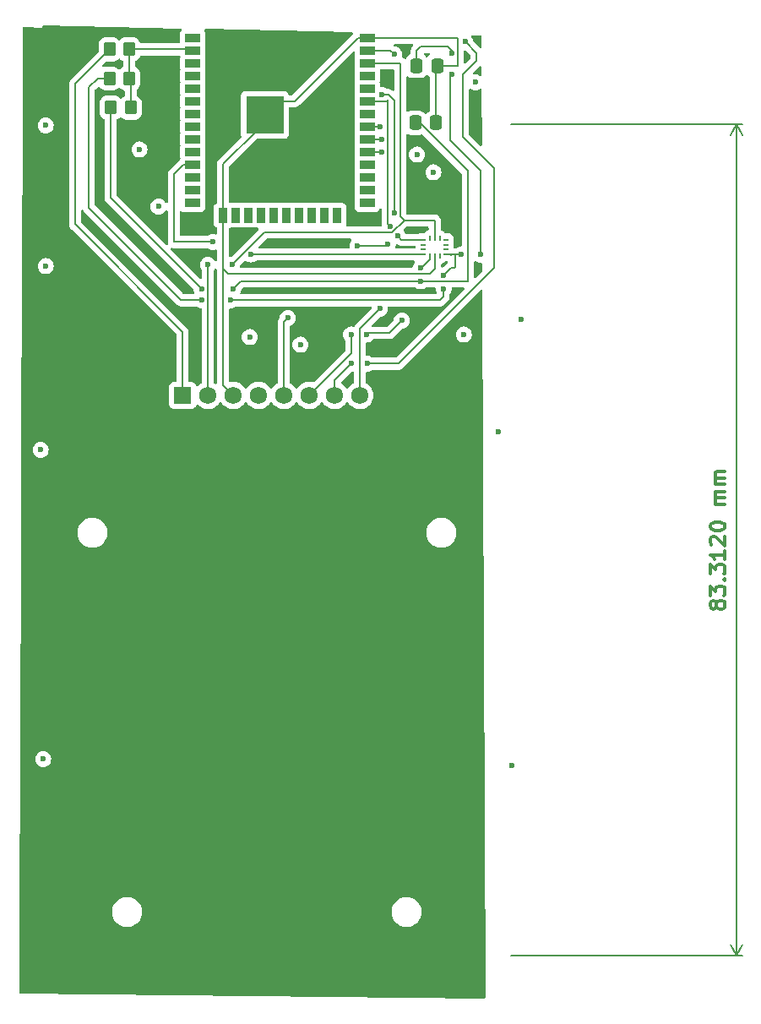
<source format=gbr>
%TF.GenerationSoftware,KiCad,Pcbnew,8.0.8*%
%TF.CreationDate,2025-03-13T01:12:54-05:00*%
%TF.ProjectId,BackTracker,4261636b-5472-4616-936b-65722e6b6963,rev?*%
%TF.SameCoordinates,Original*%
%TF.FileFunction,Copper,L1,Top*%
%TF.FilePolarity,Positive*%
%FSLAX46Y46*%
G04 Gerber Fmt 4.6, Leading zero omitted, Abs format (unit mm)*
G04 Created by KiCad (PCBNEW 8.0.8) date 2025-03-13 01:12:54*
%MOMM*%
%LPD*%
G01*
G04 APERTURE LIST*
G04 Aperture macros list*
%AMRoundRect*
0 Rectangle with rounded corners*
0 $1 Rounding radius*
0 $2 $3 $4 $5 $6 $7 $8 $9 X,Y pos of 4 corners*
0 Add a 4 corners polygon primitive as box body*
4,1,4,$2,$3,$4,$5,$6,$7,$8,$9,$2,$3,0*
0 Add four circle primitives for the rounded corners*
1,1,$1+$1,$2,$3*
1,1,$1+$1,$4,$5*
1,1,$1+$1,$6,$7*
1,1,$1+$1,$8,$9*
0 Add four rect primitives between the rounded corners*
20,1,$1+$1,$2,$3,$4,$5,0*
20,1,$1+$1,$4,$5,$6,$7,0*
20,1,$1+$1,$6,$7,$8,$9,0*
20,1,$1+$1,$8,$9,$2,$3,0*%
G04 Aperture macros list end*
%ADD10C,0.300000*%
%TA.AperFunction,NonConductor*%
%ADD11C,0.300000*%
%TD*%
%TA.AperFunction,NonConductor*%
%ADD12C,0.200000*%
%TD*%
%TA.AperFunction,SMDPad,CuDef*%
%ADD13R,0.250000X0.475000*%
%TD*%
%TA.AperFunction,SMDPad,CuDef*%
%ADD14R,0.475000X0.250000*%
%TD*%
%TA.AperFunction,ComponentPad*%
%ADD15R,1.725000X1.725000*%
%TD*%
%TA.AperFunction,ComponentPad*%
%ADD16C,1.725000*%
%TD*%
%TA.AperFunction,SMDPad,CuDef*%
%ADD17RoundRect,0.250000X-0.350000X-0.450000X0.350000X-0.450000X0.350000X0.450000X-0.350000X0.450000X0*%
%TD*%
%TA.AperFunction,SMDPad,CuDef*%
%ADD18RoundRect,0.250000X0.350000X0.450000X-0.350000X0.450000X-0.350000X-0.450000X0.350000X-0.450000X0*%
%TD*%
%TA.AperFunction,SMDPad,CuDef*%
%ADD19RoundRect,0.250000X0.337500X0.475000X-0.337500X0.475000X-0.337500X-0.475000X0.337500X-0.475000X0*%
%TD*%
%TA.AperFunction,SMDPad,CuDef*%
%ADD20RoundRect,0.250000X-0.337500X-0.475000X0.337500X-0.475000X0.337500X0.475000X-0.337500X0.475000X0*%
%TD*%
%TA.AperFunction,SMDPad,CuDef*%
%ADD21R,0.900000X0.900000*%
%TD*%
%TA.AperFunction,HeatsinkPad*%
%ADD22C,0.600000*%
%TD*%
%TA.AperFunction,HeatsinkPad*%
%ADD23R,3.800000X3.800000*%
%TD*%
%TA.AperFunction,SMDPad,CuDef*%
%ADD24R,1.500000X0.900000*%
%TD*%
%TA.AperFunction,SMDPad,CuDef*%
%ADD25R,0.900000X1.500000*%
%TD*%
%TA.AperFunction,ViaPad*%
%ADD26C,0.600000*%
%TD*%
%TA.AperFunction,Conductor*%
%ADD27C,0.200000*%
%TD*%
G04 APERTURE END LIST*
D10*
D11*
X147881185Y-91732855D02*
X147809757Y-91875712D01*
X147809757Y-91875712D02*
X147738328Y-91947141D01*
X147738328Y-91947141D02*
X147595471Y-92018569D01*
X147595471Y-92018569D02*
X147524042Y-92018569D01*
X147524042Y-92018569D02*
X147381185Y-91947141D01*
X147381185Y-91947141D02*
X147309757Y-91875712D01*
X147309757Y-91875712D02*
X147238328Y-91732855D01*
X147238328Y-91732855D02*
X147238328Y-91447141D01*
X147238328Y-91447141D02*
X147309757Y-91304284D01*
X147309757Y-91304284D02*
X147381185Y-91232855D01*
X147381185Y-91232855D02*
X147524042Y-91161426D01*
X147524042Y-91161426D02*
X147595471Y-91161426D01*
X147595471Y-91161426D02*
X147738328Y-91232855D01*
X147738328Y-91232855D02*
X147809757Y-91304284D01*
X147809757Y-91304284D02*
X147881185Y-91447141D01*
X147881185Y-91447141D02*
X147881185Y-91732855D01*
X147881185Y-91732855D02*
X147952614Y-91875712D01*
X147952614Y-91875712D02*
X148024042Y-91947141D01*
X148024042Y-91947141D02*
X148166900Y-92018569D01*
X148166900Y-92018569D02*
X148452614Y-92018569D01*
X148452614Y-92018569D02*
X148595471Y-91947141D01*
X148595471Y-91947141D02*
X148666900Y-91875712D01*
X148666900Y-91875712D02*
X148738328Y-91732855D01*
X148738328Y-91732855D02*
X148738328Y-91447141D01*
X148738328Y-91447141D02*
X148666900Y-91304284D01*
X148666900Y-91304284D02*
X148595471Y-91232855D01*
X148595471Y-91232855D02*
X148452614Y-91161426D01*
X148452614Y-91161426D02*
X148166900Y-91161426D01*
X148166900Y-91161426D02*
X148024042Y-91232855D01*
X148024042Y-91232855D02*
X147952614Y-91304284D01*
X147952614Y-91304284D02*
X147881185Y-91447141D01*
X147238328Y-90661427D02*
X147238328Y-89732855D01*
X147238328Y-89732855D02*
X147809757Y-90232855D01*
X147809757Y-90232855D02*
X147809757Y-90018570D01*
X147809757Y-90018570D02*
X147881185Y-89875713D01*
X147881185Y-89875713D02*
X147952614Y-89804284D01*
X147952614Y-89804284D02*
X148095471Y-89732855D01*
X148095471Y-89732855D02*
X148452614Y-89732855D01*
X148452614Y-89732855D02*
X148595471Y-89804284D01*
X148595471Y-89804284D02*
X148666900Y-89875713D01*
X148666900Y-89875713D02*
X148738328Y-90018570D01*
X148738328Y-90018570D02*
X148738328Y-90447141D01*
X148738328Y-90447141D02*
X148666900Y-90589998D01*
X148666900Y-90589998D02*
X148595471Y-90661427D01*
X148595471Y-89089999D02*
X148666900Y-89018570D01*
X148666900Y-89018570D02*
X148738328Y-89089999D01*
X148738328Y-89089999D02*
X148666900Y-89161427D01*
X148666900Y-89161427D02*
X148595471Y-89089999D01*
X148595471Y-89089999D02*
X148738328Y-89089999D01*
X147238328Y-88518570D02*
X147238328Y-87589998D01*
X147238328Y-87589998D02*
X147809757Y-88089998D01*
X147809757Y-88089998D02*
X147809757Y-87875713D01*
X147809757Y-87875713D02*
X147881185Y-87732856D01*
X147881185Y-87732856D02*
X147952614Y-87661427D01*
X147952614Y-87661427D02*
X148095471Y-87589998D01*
X148095471Y-87589998D02*
X148452614Y-87589998D01*
X148452614Y-87589998D02*
X148595471Y-87661427D01*
X148595471Y-87661427D02*
X148666900Y-87732856D01*
X148666900Y-87732856D02*
X148738328Y-87875713D01*
X148738328Y-87875713D02*
X148738328Y-88304284D01*
X148738328Y-88304284D02*
X148666900Y-88447141D01*
X148666900Y-88447141D02*
X148595471Y-88518570D01*
X148738328Y-86161427D02*
X148738328Y-87018570D01*
X148738328Y-86589999D02*
X147238328Y-86589999D01*
X147238328Y-86589999D02*
X147452614Y-86732856D01*
X147452614Y-86732856D02*
X147595471Y-86875713D01*
X147595471Y-86875713D02*
X147666900Y-87018570D01*
X147381185Y-85589999D02*
X147309757Y-85518571D01*
X147309757Y-85518571D02*
X147238328Y-85375714D01*
X147238328Y-85375714D02*
X147238328Y-85018571D01*
X147238328Y-85018571D02*
X147309757Y-84875714D01*
X147309757Y-84875714D02*
X147381185Y-84804285D01*
X147381185Y-84804285D02*
X147524042Y-84732856D01*
X147524042Y-84732856D02*
X147666900Y-84732856D01*
X147666900Y-84732856D02*
X147881185Y-84804285D01*
X147881185Y-84804285D02*
X148738328Y-85661428D01*
X148738328Y-85661428D02*
X148738328Y-84732856D01*
X147238328Y-83804285D02*
X147238328Y-83661428D01*
X147238328Y-83661428D02*
X147309757Y-83518571D01*
X147309757Y-83518571D02*
X147381185Y-83447143D01*
X147381185Y-83447143D02*
X147524042Y-83375714D01*
X147524042Y-83375714D02*
X147809757Y-83304285D01*
X147809757Y-83304285D02*
X148166900Y-83304285D01*
X148166900Y-83304285D02*
X148452614Y-83375714D01*
X148452614Y-83375714D02*
X148595471Y-83447143D01*
X148595471Y-83447143D02*
X148666900Y-83518571D01*
X148666900Y-83518571D02*
X148738328Y-83661428D01*
X148738328Y-83661428D02*
X148738328Y-83804285D01*
X148738328Y-83804285D02*
X148666900Y-83947143D01*
X148666900Y-83947143D02*
X148595471Y-84018571D01*
X148595471Y-84018571D02*
X148452614Y-84090000D01*
X148452614Y-84090000D02*
X148166900Y-84161428D01*
X148166900Y-84161428D02*
X147809757Y-84161428D01*
X147809757Y-84161428D02*
X147524042Y-84090000D01*
X147524042Y-84090000D02*
X147381185Y-84018571D01*
X147381185Y-84018571D02*
X147309757Y-83947143D01*
X147309757Y-83947143D02*
X147238328Y-83804285D01*
X148738328Y-81518572D02*
X147738328Y-81518572D01*
X147881185Y-81518572D02*
X147809757Y-81447143D01*
X147809757Y-81447143D02*
X147738328Y-81304286D01*
X147738328Y-81304286D02*
X147738328Y-81090000D01*
X147738328Y-81090000D02*
X147809757Y-80947143D01*
X147809757Y-80947143D02*
X147952614Y-80875715D01*
X147952614Y-80875715D02*
X148738328Y-80875715D01*
X147952614Y-80875715D02*
X147809757Y-80804286D01*
X147809757Y-80804286D02*
X147738328Y-80661429D01*
X147738328Y-80661429D02*
X147738328Y-80447143D01*
X147738328Y-80447143D02*
X147809757Y-80304286D01*
X147809757Y-80304286D02*
X147952614Y-80232857D01*
X147952614Y-80232857D02*
X148738328Y-80232857D01*
X148738328Y-79518572D02*
X147738328Y-79518572D01*
X147881185Y-79518572D02*
X147809757Y-79447143D01*
X147809757Y-79447143D02*
X147738328Y-79304286D01*
X147738328Y-79304286D02*
X147738328Y-79090000D01*
X147738328Y-79090000D02*
X147809757Y-78947143D01*
X147809757Y-78947143D02*
X147952614Y-78875715D01*
X147952614Y-78875715D02*
X148738328Y-78875715D01*
X147952614Y-78875715D02*
X147809757Y-78804286D01*
X147809757Y-78804286D02*
X147738328Y-78661429D01*
X147738328Y-78661429D02*
X147738328Y-78447143D01*
X147738328Y-78447143D02*
X147809757Y-78304286D01*
X147809757Y-78304286D02*
X147952614Y-78232857D01*
X147952614Y-78232857D02*
X148738328Y-78232857D01*
D12*
X127246000Y-126746000D02*
X150446420Y-126746000D01*
X127246000Y-43434000D02*
X150446420Y-43434000D01*
X149860000Y-126746000D02*
X149860000Y-43434000D01*
X149860000Y-126746000D02*
X149860000Y-43434000D01*
X149860000Y-126746000D02*
X149273579Y-125619496D01*
X149860000Y-126746000D02*
X150446421Y-125619496D01*
X149860000Y-43434000D02*
X150446421Y-44560504D01*
X149860000Y-43434000D02*
X149273579Y-44560504D01*
D13*
%TO.P,U3,14,AP_SDA/AP_SDIO/AP_SDI*%
%TO.N,Net-(U1-IO21)*%
X119134000Y-54840500D03*
%TO.P,U3,13,AP_SCL/AP_SCLK*%
%TO.N,Net-(U1-IO22)*%
X119634000Y-54840500D03*
%TO.P,U3,12,AP_CS*%
%TO.N,unconnected-(U3-AP_CS-Pad12)*%
X120134000Y-54840500D03*
D14*
%TO.P,U3,11,RESV_11*%
%TO.N,unconnected-(U3-RESV_11-Pad11)*%
X120796500Y-55003000D03*
%TO.P,U3,10,RESV_10*%
%TO.N,unconnected-(U3-RESV_10-Pad10)*%
X120796500Y-55503000D03*
%TO.P,U3,9,INT2/FSYNC*%
%TO.N,unconnected-(U3-INT2{slash}FSYNC-Pad9)*%
X120796500Y-56003000D03*
%TO.P,U3,8,VDD*%
%TO.N,Net-(U3-VDD)*%
X120796500Y-56503000D03*
D13*
%TO.P,U3,7,RESV_7*%
%TO.N,unconnected-(U3-RESV_7-Pad7)*%
X120134000Y-56665500D03*
%TO.P,U3,6,GND*%
%TO.N,GND*%
X119634000Y-56665500D03*
%TO.P,U3,5,VDDIO*%
%TO.N,Net-(U3-VDDIO)*%
X119134000Y-56665500D03*
D14*
%TO.P,U3,4,INT1/INT*%
%TO.N,Net-(U1-IO26)*%
X118471500Y-56503000D03*
%TO.P,U3,3,RESV/MAS_CLK*%
%TO.N,unconnected-(U3-RESV{slash}MAS_CLK-Pad3)*%
X118471500Y-56003000D03*
%TO.P,U3,2,RESV/MAS_DA*%
%TO.N,unconnected-(U3-RESV{slash}MAS_DA-Pad2)*%
X118471500Y-55503000D03*
%TO.P,U3,1,AP_SDO/AP_AD0*%
%TO.N,Net-(U1-IO21)*%
X118471500Y-55003000D03*
%TD*%
D15*
%TO.P,U2,1,VCC*%
%TO.N,Net-(U2-VCC)*%
X94361000Y-70612000D03*
D16*
%TO.P,U2,2,RST*%
%TO.N,Net-(U1-IO22)*%
X96901000Y-70612000D03*
%TO.P,U2,3,GND*%
%TO.N,GND*%
X99441000Y-70612000D03*
%TO.P,U2,4,IRQ*%
%TO.N,unconnected-(U2-IRQ-Pad4)*%
X101981000Y-70612000D03*
%TO.P,U2,5,MISO/SCL/TX*%
%TO.N,Net-(U1-IO19)*%
X104521000Y-70612000D03*
%TO.P,U2,6,MOSI*%
%TO.N,Net-(U1-IO23)*%
X107061000Y-70612000D03*
%TO.P,U2,7,SCK*%
%TO.N,Net-(U1-IO18)*%
X109601000Y-70612000D03*
%TO.P,U2,8,SS/SDA/RX*%
%TO.N,Net-(U1-IO5)*%
X112141000Y-70612000D03*
%TD*%
D17*
%TO.P,R1,2*%
%TO.N,+3.3V*%
X89027000Y-35941000D03*
%TO.P,R1,1*%
%TO.N,Net-(U2-VCC)*%
X87027000Y-35941000D03*
%TD*%
D18*
%TO.P,R3,2*%
%TO.N,Net-(U3-VDDIO)*%
X87154000Y-41783000D03*
%TO.P,R3,1*%
%TO.N,+3.3V*%
X89154000Y-41783000D03*
%TD*%
D19*
%TO.P,C2,2*%
%TO.N,Net-(U3-VDD)*%
X117813000Y-37592000D03*
%TO.P,C2,1*%
%TO.N,GND*%
X119888000Y-37592000D03*
%TD*%
D18*
%TO.P,R2,2*%
%TO.N,Net-(U3-VDD)*%
X87027000Y-38862000D03*
%TO.P,R2,1*%
%TO.N,+3.3V*%
X89027000Y-38862000D03*
%TD*%
D20*
%TO.P,C1,1*%
%TO.N,Net-(U3-VDDIO)*%
X117686000Y-43307000D03*
%TO.P,C1,2*%
%TO.N,GND*%
X119761000Y-43307000D03*
%TD*%
D21*
%TO.P,U1,39,GND*%
%TO.N,GND*%
X104027000Y-43918000D03*
D22*
X104027000Y-43218000D03*
D21*
X104027000Y-42518000D03*
D22*
X104027000Y-41818000D03*
D21*
X104027000Y-41118000D03*
D22*
X103327000Y-43918000D03*
X103327000Y-42518000D03*
X103327000Y-41118000D03*
D21*
X102627000Y-43918000D03*
D23*
X102627000Y-42518000D03*
D21*
X102627000Y-42518000D03*
X102627000Y-41118000D03*
D22*
X102602000Y-43218000D03*
X102602000Y-41818000D03*
X101927000Y-43918000D03*
X101927000Y-42518000D03*
X101927000Y-41118000D03*
D21*
X101227000Y-43918000D03*
D22*
X101227000Y-43218000D03*
D21*
X101227000Y-42518000D03*
D22*
X101227000Y-41818000D03*
D21*
X101227000Y-41118000D03*
D24*
%TO.P,U1,38,GND*%
X112877000Y-34798000D03*
%TO.P,U1,37,IO23*%
%TO.N,Net-(U1-IO23)*%
X112877000Y-36068000D03*
%TO.P,U1,36,IO22*%
%TO.N,Net-(U1-IO22)*%
X112877000Y-37338000D03*
%TO.P,U1,35,TXD0/IO1*%
%TO.N,unconnected-(U1-TXD0{slash}IO1-Pad35)*%
X112877000Y-38608000D03*
%TO.P,U1,34,RXD0/IO3*%
%TO.N,unconnected-(U1-RXD0{slash}IO3-Pad34)*%
X112877000Y-39878000D03*
%TO.P,U1,33,IO21*%
%TO.N,Net-(U1-IO21)*%
X112877000Y-41148000D03*
%TO.P,U1,32,NC*%
%TO.N,unconnected-(U1-NC-Pad32)*%
X112877000Y-42418000D03*
%TO.P,U1,31,IO19*%
%TO.N,Net-(U1-IO19)*%
X112877000Y-43688000D03*
%TO.P,U1,30,IO18*%
%TO.N,Net-(U1-IO18)*%
X112877000Y-44958000D03*
%TO.P,U1,29,IO5*%
%TO.N,Net-(U1-IO5)*%
X112877000Y-46228000D03*
%TO.P,U1,28,IO17*%
%TO.N,unconnected-(U1-IO17-Pad28)*%
X112877000Y-47498000D03*
%TO.P,U1,27,IO16*%
%TO.N,unconnected-(U1-IO16-Pad27)*%
X112877000Y-48768000D03*
%TO.P,U1,26,IO4*%
%TO.N,unconnected-(U1-IO4-Pad26)*%
X112877000Y-50038000D03*
%TO.P,U1,25,IO0*%
%TO.N,unconnected-(U1-IO0-Pad25)*%
X112877000Y-51308000D03*
D25*
%TO.P,U1,24,IO2*%
%TO.N,unconnected-(U1-IO2-Pad24)*%
X109847000Y-52558000D03*
%TO.P,U1,23,IO15*%
%TO.N,unconnected-(U1-IO15-Pad23)*%
X108577000Y-52558000D03*
%TO.P,U1,22,SDI/SD1*%
%TO.N,unconnected-(U1-SDI{slash}SD1-Pad22)*%
X107307000Y-52558000D03*
%TO.P,U1,21,SDO/SD0*%
%TO.N,unconnected-(U1-SDO{slash}SD0-Pad21)*%
X106037000Y-52558000D03*
%TO.P,U1,20,SCK/CLK*%
%TO.N,unconnected-(U1-SCK{slash}CLK-Pad20)*%
X104767000Y-52558000D03*
%TO.P,U1,19,SCS/CMD*%
%TO.N,unconnected-(U1-SCS{slash}CMD-Pad19)*%
X103497000Y-52558000D03*
%TO.P,U1,18,SWP/SD3*%
%TO.N,unconnected-(U1-SWP{slash}SD3-Pad18)*%
X102227000Y-52558000D03*
%TO.P,U1,17,SHD/SD2*%
%TO.N,unconnected-(U1-SHD{slash}SD2-Pad17)*%
X100957000Y-52558000D03*
%TO.P,U1,16,IO13*%
%TO.N,unconnected-(U1-IO13-Pad16)*%
X99687000Y-52558000D03*
%TO.P,U1,15,GND*%
%TO.N,GND*%
X98417000Y-52558000D03*
D24*
%TO.P,U1,14,IO12*%
%TO.N,unconnected-(U1-IO12-Pad14)*%
X95377000Y-51308000D03*
%TO.P,U1,13,IO14*%
%TO.N,unconnected-(U1-IO14-Pad13)*%
X95377000Y-50038000D03*
%TO.P,U1,12,IO27*%
%TO.N,unconnected-(U1-IO27-Pad12)*%
X95377000Y-48768000D03*
%TO.P,U1,11,IO26*%
%TO.N,Net-(U1-IO26)*%
X95377000Y-47498000D03*
%TO.P,U1,10,IO25*%
%TO.N,unconnected-(U1-IO25-Pad10)*%
X95377000Y-46228000D03*
%TO.P,U1,9,IO33*%
%TO.N,unconnected-(U1-IO33-Pad9)*%
X95377000Y-44958000D03*
%TO.P,U1,8,IO32*%
%TO.N,unconnected-(U1-IO32-Pad8)*%
X95377000Y-43688000D03*
%TO.P,U1,7,IO35*%
%TO.N,unconnected-(U1-IO35-Pad7)*%
X95377000Y-42418000D03*
%TO.P,U1,6,IO34*%
%TO.N,unconnected-(U1-IO34-Pad6)*%
X95377000Y-41148000D03*
%TO.P,U1,5,SENSOR_VN*%
%TO.N,unconnected-(U1-SENSOR_VN-Pad5)*%
X95377000Y-39878000D03*
%TO.P,U1,4,SENSOR_VP*%
%TO.N,unconnected-(U1-SENSOR_VP-Pad4)*%
X95377000Y-38608000D03*
%TO.P,U1,3,EN*%
%TO.N,unconnected-(U1-EN-Pad3)*%
X95377000Y-37338000D03*
%TO.P,U1,2,VDD*%
%TO.N,+3.3V*%
X95377000Y-36068000D03*
%TO.P,U1,1,GND*%
%TO.N,GND*%
X95377000Y-34798000D03*
%TD*%
D26*
%TO.N,*%
X91948000Y-51689000D03*
X123698000Y-39243000D03*
X128270000Y-62992000D03*
X127381000Y-107696000D03*
X80391000Y-107061000D03*
X101092000Y-64770000D03*
X106172000Y-65532000D03*
X117856000Y-46482000D03*
X90043000Y-45974000D03*
X80645000Y-43561000D03*
X80137000Y-76073000D03*
X125984000Y-74295000D03*
X122555000Y-64516000D03*
X119507000Y-48260000D03*
X80645000Y-57658000D03*
%TO.N,Net-(U1-IO19)*%
X115570000Y-52324000D03*
X114935000Y-55499000D03*
X111887000Y-55626000D03*
X114300000Y-40513000D03*
X114173000Y-43688000D03*
X104902000Y-62865000D03*
%TO.N,Net-(U1-IO18)*%
X114335000Y-44958000D03*
X122682000Y-35179000D03*
X112903000Y-67437000D03*
X111252000Y-67437000D03*
%TO.N,Net-(U1-IO23)*%
X116332000Y-63119000D03*
X112776000Y-64516000D03*
X111252000Y-64516000D03*
X115570000Y-36449000D03*
%TO.N,Net-(U1-IO5)*%
X114300000Y-46228000D03*
X114127002Y-61930002D03*
%TO.N,Net-(U3-VDDIO)*%
X99441000Y-59944000D03*
X96266000Y-59944000D03*
%TO.N,Net-(U3-VDD)*%
X120523000Y-59944000D03*
X120523000Y-58582000D03*
X96301000Y-61087000D03*
X99187000Y-61087000D03*
X122301000Y-56515000D03*
X124206000Y-56515000D03*
X121320000Y-38446000D03*
X121320000Y-36322000D03*
%TO.N,Net-(U3-VDDIO)*%
X118237000Y-57820000D03*
X118237000Y-59182000D03*
%TO.N,Net-(U1-IO21)*%
X115911935Y-54608594D03*
X115154735Y-53668735D03*
%TO.N,Net-(U1-IO26)*%
X101198765Y-56494765D03*
X97409000Y-55245000D03*
%TO.N,Net-(U1-IO22)*%
X96901000Y-57531000D03*
X99314000Y-57531000D03*
%TD*%
D27*
%TO.N,Net-(U1-IO19)*%
X114935000Y-55499000D02*
X114808000Y-55626000D01*
X114992685Y-40513000D02*
X115570000Y-41090315D01*
X114300000Y-40513000D02*
X114992685Y-40513000D01*
X115570000Y-41090315D02*
X115570000Y-52324000D01*
X114808000Y-55626000D02*
X111887000Y-55626000D01*
X112877000Y-43688000D02*
X114173000Y-43688000D01*
X104521000Y-63246000D02*
X104521000Y-70612000D01*
X104902000Y-62865000D02*
X104521000Y-63246000D01*
%TO.N,Net-(U1-IO18)*%
X114335000Y-44958000D02*
X112877000Y-44958000D01*
X125603000Y-47879000D02*
X122428000Y-44704000D01*
X123825000Y-36322000D02*
X122682000Y-35179000D01*
X123825000Y-37084000D02*
X123825000Y-36322000D01*
X122428000Y-44704000D02*
X122428000Y-44577000D01*
X115996976Y-67437000D02*
X125603000Y-57830976D01*
X122428000Y-38481000D02*
X123825000Y-37084000D01*
X112903000Y-67437000D02*
X115996976Y-67437000D01*
X122428000Y-44577000D02*
X122428000Y-38481000D01*
X125603000Y-57830976D02*
X125603000Y-47879000D01*
X109601000Y-70612000D02*
X109601000Y-69088000D01*
X109601000Y-69088000D02*
X111252000Y-67437000D01*
%TO.N,Net-(U1-IO23)*%
X111252000Y-64516000D02*
X111252000Y-66421000D01*
X111252000Y-66421000D02*
X107061000Y-70612000D01*
X115081000Y-64370000D02*
X112922000Y-64370000D01*
X116332000Y-63119000D02*
X115081000Y-64370000D01*
X112922000Y-64370000D02*
X112776000Y-64516000D01*
X115189000Y-36068000D02*
X115570000Y-36449000D01*
X112877000Y-36068000D02*
X115189000Y-36068000D01*
%TO.N,Net-(U1-IO5)*%
X114127002Y-61930002D02*
X112141000Y-63916004D01*
X112141000Y-63916004D02*
X112141000Y-70612000D01*
X112877000Y-46228000D02*
X114300000Y-46228000D01*
%TO.N,Net-(U3-VDDIO)*%
X118237000Y-59182000D02*
X100203000Y-59182000D01*
X100203000Y-59182000D02*
X99441000Y-59944000D01*
X87154000Y-50832000D02*
X96266000Y-59944000D01*
X87154000Y-41783000D02*
X87154000Y-50832000D01*
%TO.N,Net-(U3-VDD)*%
X121605000Y-57846000D02*
X121666000Y-57785000D01*
X121259000Y-57846000D02*
X121605000Y-57846000D01*
X122301000Y-56515000D02*
X121666000Y-56515000D01*
X121666000Y-56515000D02*
X120808500Y-56515000D01*
X121666000Y-57785000D02*
X121666000Y-56515000D01*
X120796500Y-56503000D02*
X121234000Y-56503000D01*
X121259000Y-57846000D02*
X120523000Y-58582000D01*
X121234000Y-56503000D02*
X121259000Y-56528000D01*
X120523000Y-60706000D02*
X120523000Y-59944000D01*
X120142000Y-61087000D02*
X120523000Y-60706000D01*
X99187000Y-61087000D02*
X120142000Y-61087000D01*
X94170500Y-61023500D02*
X94234000Y-61087000D01*
X94234000Y-61087000D02*
X96301000Y-61087000D01*
%TO.N,Net-(U1-IO22)*%
X96901000Y-57531000D02*
X96901000Y-70612000D01*
%TO.N,GND*%
X98417000Y-57912000D02*
X98417000Y-69588000D01*
X98417000Y-69588000D02*
X99441000Y-70612000D01*
%TO.N,Net-(U3-VDD)*%
X84963000Y-39751000D02*
X84963000Y-51816000D01*
X85852000Y-38862000D02*
X84963000Y-39751000D01*
X84963000Y-51816000D02*
X94170500Y-61023500D01*
X87027000Y-38862000D02*
X85852000Y-38862000D01*
%TO.N,+3.3V*%
X89154000Y-41783000D02*
X89154000Y-38989000D01*
X89154000Y-38989000D02*
X89027000Y-38862000D01*
X89027000Y-38862000D02*
X89027000Y-35941000D01*
X89027000Y-35941000D02*
X95250000Y-35941000D01*
X95250000Y-35941000D02*
X95377000Y-36068000D01*
%TO.N,Net-(U3-VDD)*%
X120808500Y-56515000D02*
X120796500Y-56503000D01*
X121158000Y-38608000D02*
X121158000Y-45085000D01*
X121320000Y-38446000D02*
X121158000Y-38608000D01*
X121158000Y-45085000D02*
X124206000Y-48133000D01*
X124206000Y-48133000D02*
X124206000Y-56515000D01*
X118237000Y-35687000D02*
X120904000Y-35687000D01*
X117813000Y-36111000D02*
X118237000Y-35687000D01*
X121320000Y-36103000D02*
X121320000Y-36322000D01*
X120904000Y-35687000D02*
X121320000Y-36103000D01*
X117813000Y-37592000D02*
X117813000Y-36111000D01*
%TO.N,GND*%
X119761000Y-43307000D02*
X119761000Y-37719000D01*
X119761000Y-37719000D02*
X119888000Y-37592000D01*
X112877000Y-34798000D02*
X111927000Y-34798000D01*
X111927000Y-34798000D02*
X105607000Y-41118000D01*
X105607000Y-41118000D02*
X104027000Y-41118000D01*
%TO.N,Net-(U3-VDDIO)*%
X118237000Y-57820000D02*
X118333422Y-57820000D01*
X118333422Y-57820000D02*
X119134000Y-57019422D01*
X119134000Y-57019422D02*
X119134000Y-56665500D01*
X119126000Y-59182000D02*
X118237000Y-59182000D01*
%TO.N,GND*%
X119634000Y-56665500D02*
X119634000Y-57912000D01*
X119126000Y-58420000D02*
X98925000Y-58420000D01*
X98925000Y-58420000D02*
X98417000Y-57912000D01*
X119634000Y-57912000D02*
X119126000Y-58420000D01*
%TO.N,Net-(U3-VDDIO)*%
X117686000Y-43307000D02*
X118110000Y-43307000D01*
X122936000Y-59182000D02*
X119126000Y-59182000D01*
X122936000Y-48133000D02*
X122936000Y-59182000D01*
X118110000Y-43307000D02*
X122936000Y-48133000D01*
%TO.N,Net-(U2-VCC)*%
X94361000Y-64262000D02*
X83566000Y-53467000D01*
X94361000Y-70612000D02*
X94361000Y-64262000D01*
X83566000Y-53467000D02*
X83566000Y-39402000D01*
X83566000Y-39402000D02*
X87027000Y-35941000D01*
%TO.N,Net-(U1-IO21)*%
X116306341Y-55003000D02*
X115911935Y-54608594D01*
X118471500Y-55003000D02*
X116306341Y-55003000D01*
%TO.N,Net-(U1-IO26)*%
X93472000Y-48453000D02*
X93472000Y-55245000D01*
X94427000Y-47498000D02*
X93472000Y-48453000D01*
X95377000Y-47498000D02*
X94427000Y-47498000D01*
X93472000Y-55245000D02*
X97409000Y-55245000D01*
%TO.N,GND*%
X101927000Y-43918000D02*
X98417000Y-47428000D01*
X98417000Y-47428000D02*
X98417000Y-52558000D01*
X98417000Y-52558000D02*
X98417000Y-57912000D01*
%TO.N,Net-(U1-IO22)*%
X116586000Y-53086000D02*
X116205000Y-52705000D01*
X116205000Y-37338000D02*
X112877000Y-37338000D01*
X116205000Y-52705000D02*
X116205000Y-37338000D01*
X99314000Y-57531000D02*
X102542000Y-54303000D01*
X102542000Y-54303000D02*
X115369000Y-54303000D01*
X115369000Y-54303000D02*
X116586000Y-53086000D01*
X116586000Y-53086000D02*
X119634000Y-53086000D01*
X119634000Y-53086000D02*
X119634000Y-54840500D01*
%TO.N,GND*%
X121920000Y-34798000D02*
X112877000Y-34798000D01*
X121920000Y-37592000D02*
X121920000Y-34798000D01*
X119888000Y-37592000D02*
X121920000Y-37592000D01*
%TO.N,Net-(U1-IO21)*%
X114935000Y-53449000D02*
X115154735Y-53668735D01*
X114935000Y-41021000D02*
X114935000Y-53449000D01*
X112877000Y-41148000D02*
X114808000Y-41148000D01*
X114808000Y-41148000D02*
X114935000Y-41021000D01*
%TO.N,Net-(U1-IO26)*%
X101207000Y-56503000D02*
X118471500Y-56503000D01*
X101198765Y-56494765D02*
X101207000Y-56503000D01*
%TD*%
%TA.AperFunction,NonConductor*%
G36*
X124212412Y-34541146D02*
G01*
X124278965Y-34562411D01*
X124323458Y-34616282D01*
X124333476Y-34664622D01*
X124337505Y-35685420D01*
X124318085Y-35752536D01*
X124265462Y-35798499D01*
X124196344Y-35808716D01*
X124132674Y-35779942D01*
X124125825Y-35773590D01*
X123512700Y-35160465D01*
X123479215Y-35099142D01*
X123477163Y-35086686D01*
X123467368Y-34999745D01*
X123407789Y-34829478D01*
X123334515Y-34712864D01*
X123315515Y-34645628D01*
X123335882Y-34578793D01*
X123389150Y-34533578D01*
X123442439Y-34522927D01*
X124212412Y-34541146D01*
G37*
%TD.AperFunction*%
%TA.AperFunction,NonConductor*%
G36*
X119095539Y-36307185D02*
G01*
X119141294Y-36359989D01*
X119151238Y-36429147D01*
X119122213Y-36492703D01*
X119093598Y-36517038D01*
X119081844Y-36524287D01*
X118957785Y-36648346D01*
X118956037Y-36651182D01*
X118954329Y-36652717D01*
X118953307Y-36654011D01*
X118953085Y-36653836D01*
X118904089Y-36697905D01*
X118835126Y-36709126D01*
X118771044Y-36681282D01*
X118744963Y-36651182D01*
X118743214Y-36648346D01*
X118619155Y-36524287D01*
X118607402Y-36517038D01*
X118560678Y-36465090D01*
X118549457Y-36396127D01*
X118577300Y-36332045D01*
X118635369Y-36293190D01*
X118672500Y-36287500D01*
X119028500Y-36287500D01*
X119095539Y-36307185D01*
G37*
%TD.AperFunction*%
%TA.AperFunction,NonConductor*%
G36*
X117443940Y-35418185D02*
G01*
X117489695Y-35470989D01*
X117499639Y-35540147D01*
X117470614Y-35603703D01*
X117464582Y-35610181D01*
X117437214Y-35637548D01*
X117437215Y-35637549D01*
X117332478Y-35742285D01*
X117310738Y-35779942D01*
X117300024Y-35798500D01*
X117253423Y-35879215D01*
X117212499Y-36031943D01*
X117212499Y-36031945D01*
X117212499Y-36200046D01*
X117212500Y-36200059D01*
X117212500Y-36328232D01*
X117192815Y-36395271D01*
X117153598Y-36433769D01*
X117102820Y-36465090D01*
X117006842Y-36524289D01*
X116882789Y-36648342D01*
X116790687Y-36797663D01*
X116790684Y-36797670D01*
X116785030Y-36814734D01*
X116745256Y-36872178D01*
X116680739Y-36898999D01*
X116611964Y-36886683D01*
X116579644Y-36863408D01*
X116573717Y-36857481D01*
X116573709Y-36857475D01*
X116436790Y-36778426D01*
X116436787Y-36778424D01*
X116436784Y-36778423D01*
X116436780Y-36778422D01*
X116429277Y-36775314D01*
X116430476Y-36772417D01*
X116383444Y-36743725D01*
X116352939Y-36680866D01*
X116354343Y-36632738D01*
X116355363Y-36628268D01*
X116355368Y-36628255D01*
X116355566Y-36626496D01*
X116375565Y-36449003D01*
X116375565Y-36448996D01*
X116355369Y-36269750D01*
X116355368Y-36269745D01*
X116327484Y-36190057D01*
X116295789Y-36099478D01*
X116199816Y-35946738D01*
X116072262Y-35819184D01*
X115999700Y-35773590D01*
X115919521Y-35723210D01*
X115749249Y-35663630D01*
X115662331Y-35653837D01*
X115597917Y-35626770D01*
X115588534Y-35618298D01*
X115580417Y-35610181D01*
X115546932Y-35548858D01*
X115551916Y-35479166D01*
X115593788Y-35423233D01*
X115659252Y-35398816D01*
X115668098Y-35398500D01*
X117376901Y-35398500D01*
X117443940Y-35418185D01*
G37*
%TD.AperFunction*%
%TA.AperFunction,NonConductor*%
G36*
X122725703Y-36072384D02*
G01*
X122732181Y-36078416D01*
X123188181Y-36534416D01*
X123221666Y-36595739D01*
X123224500Y-36622097D01*
X123224500Y-36783903D01*
X123204815Y-36850942D01*
X123188181Y-36871584D01*
X122732181Y-37327584D01*
X122670858Y-37361069D01*
X122601166Y-37356085D01*
X122545233Y-37314213D01*
X122520816Y-37248749D01*
X122520500Y-37239903D01*
X122520500Y-36166097D01*
X122540185Y-36099058D01*
X122592989Y-36053303D01*
X122662147Y-36043359D01*
X122725703Y-36072384D01*
G37*
%TD.AperFunction*%
%TA.AperFunction,NonConductor*%
G36*
X88070334Y-36861548D02*
G01*
X88114681Y-36890049D01*
X88208344Y-36983712D01*
X88357666Y-37075814D01*
X88357667Y-37075814D01*
X88363813Y-37079605D01*
X88362706Y-37081399D01*
X88407337Y-37120687D01*
X88426500Y-37186908D01*
X88426500Y-37616091D01*
X88406815Y-37683130D01*
X88362731Y-37721641D01*
X88363813Y-37723395D01*
X88357667Y-37727185D01*
X88357666Y-37727186D01*
X88259419Y-37787784D01*
X88208342Y-37819289D01*
X88114681Y-37912951D01*
X88053358Y-37946436D01*
X87983666Y-37941452D01*
X87939319Y-37912951D01*
X87845657Y-37819289D01*
X87845656Y-37819288D01*
X87696334Y-37727186D01*
X87529797Y-37672001D01*
X87529795Y-37672000D01*
X87427010Y-37661500D01*
X86626998Y-37661500D01*
X86626980Y-37661501D01*
X86524203Y-37672000D01*
X86524200Y-37672001D01*
X86454062Y-37695243D01*
X86384233Y-37697645D01*
X86324192Y-37661913D01*
X86292999Y-37599392D01*
X86300560Y-37529933D01*
X86327374Y-37489859D01*
X86639416Y-37177817D01*
X86700739Y-37144333D01*
X86727097Y-37141499D01*
X87427002Y-37141499D01*
X87427008Y-37141499D01*
X87529797Y-37130999D01*
X87696334Y-37075814D01*
X87845656Y-36983712D01*
X87939319Y-36890049D01*
X88000642Y-36856564D01*
X88070334Y-36861548D01*
G37*
%TD.AperFunction*%
%TA.AperFunction,NonConductor*%
G36*
X124264837Y-37595909D02*
G01*
X124320771Y-37637780D01*
X124345188Y-37703245D01*
X124345503Y-37711602D01*
X124348542Y-38481505D01*
X124329122Y-38548621D01*
X124276499Y-38594584D01*
X124207381Y-38604801D01*
X124158571Y-38586988D01*
X124047522Y-38517211D01*
X123877254Y-38457631D01*
X123877249Y-38457630D01*
X123698004Y-38437435D01*
X123697996Y-38437435D01*
X123625045Y-38445654D01*
X123556223Y-38433599D01*
X123504844Y-38386250D01*
X123487220Y-38318639D01*
X123508947Y-38252234D01*
X123523478Y-38234756D01*
X124133825Y-37624408D01*
X124195146Y-37590925D01*
X124264837Y-37595909D01*
G37*
%TD.AperFunction*%
%TA.AperFunction,NonConductor*%
G36*
X115547539Y-37958185D02*
G01*
X115593294Y-38010989D01*
X115604500Y-38062500D01*
X115604500Y-39976217D01*
X115584815Y-40043256D01*
X115532011Y-40089011D01*
X115462853Y-40098955D01*
X115399297Y-40069930D01*
X115392819Y-40063898D01*
X115361402Y-40032481D01*
X115361401Y-40032480D01*
X115251085Y-39968789D01*
X115251083Y-39968788D01*
X115224470Y-39953423D01*
X115224469Y-39953422D01*
X115224468Y-39953422D01*
X115168566Y-39938443D01*
X115071742Y-39912499D01*
X114913628Y-39912499D01*
X114906032Y-39912499D01*
X114906016Y-39912500D01*
X114882412Y-39912500D01*
X114815373Y-39892815D01*
X114805097Y-39885445D01*
X114802263Y-39883185D01*
X114802262Y-39883184D01*
X114717711Y-39830057D01*
X114649523Y-39787211D01*
X114479254Y-39727631D01*
X114479249Y-39727630D01*
X114300004Y-39707435D01*
X114299997Y-39707435D01*
X114265382Y-39711335D01*
X114196560Y-39699280D01*
X114145181Y-39651931D01*
X114127499Y-39588115D01*
X114127499Y-39380129D01*
X114127498Y-39380123D01*
X114127497Y-39380116D01*
X114121091Y-39320517D01*
X114108340Y-39286332D01*
X114103357Y-39216642D01*
X114108340Y-39199669D01*
X114121091Y-39165483D01*
X114127500Y-39105873D01*
X114127499Y-38110128D01*
X114123804Y-38075753D01*
X114136211Y-38006994D01*
X114183822Y-37955857D01*
X114247094Y-37938500D01*
X115480500Y-37938500D01*
X115547539Y-37958185D01*
G37*
%TD.AperFunction*%
%TA.AperFunction,NonConductor*%
G36*
X118929951Y-38502713D02*
G01*
X118956037Y-38532817D01*
X118957788Y-38535656D01*
X119081844Y-38659712D01*
X119101597Y-38671896D01*
X119148320Y-38723840D01*
X119160500Y-38777433D01*
X119160500Y-42043232D01*
X119140815Y-42110271D01*
X119101598Y-42148769D01*
X119073625Y-42166024D01*
X118954842Y-42239289D01*
X118830785Y-42363346D01*
X118829037Y-42366182D01*
X118827329Y-42367717D01*
X118826307Y-42369011D01*
X118826085Y-42368836D01*
X118777089Y-42412905D01*
X118708126Y-42424126D01*
X118644044Y-42396282D01*
X118617963Y-42366182D01*
X118616214Y-42363346D01*
X118492157Y-42239289D01*
X118492156Y-42239288D01*
X118377404Y-42168509D01*
X118342836Y-42147187D01*
X118342831Y-42147185D01*
X118341362Y-42146698D01*
X118176297Y-42092001D01*
X118176295Y-42092000D01*
X118073510Y-42081500D01*
X117298498Y-42081500D01*
X117298480Y-42081501D01*
X117195703Y-42092000D01*
X117195700Y-42092001D01*
X117029168Y-42147185D01*
X117029161Y-42147188D01*
X116994595Y-42168509D01*
X116927203Y-42186948D01*
X116860539Y-42166024D01*
X116815771Y-42112382D01*
X116805500Y-42062969D01*
X116805500Y-38756635D01*
X116825185Y-38689596D01*
X116877989Y-38643841D01*
X116947147Y-38633897D01*
X117000212Y-38656705D01*
X117000697Y-38655920D01*
X117006015Y-38659200D01*
X117006417Y-38659373D01*
X117006838Y-38659706D01*
X117006844Y-38659712D01*
X117156166Y-38751814D01*
X117322703Y-38806999D01*
X117425491Y-38817500D01*
X118200508Y-38817499D01*
X118200516Y-38817498D01*
X118200519Y-38817498D01*
X118256802Y-38811748D01*
X118303297Y-38806999D01*
X118469834Y-38751814D01*
X118619156Y-38659712D01*
X118743212Y-38535656D01*
X118744961Y-38532819D01*
X118746669Y-38531283D01*
X118747693Y-38529989D01*
X118747914Y-38530163D01*
X118796906Y-38486096D01*
X118865868Y-38474872D01*
X118929951Y-38502713D01*
G37*
%TD.AperFunction*%
%TA.AperFunction,NonConductor*%
G36*
X123218471Y-39887100D02*
G01*
X123246497Y-39904710D01*
X123348475Y-39968788D01*
X123518745Y-40028368D01*
X123518750Y-40028369D01*
X123697996Y-40048565D01*
X123698000Y-40048565D01*
X123698004Y-40048565D01*
X123877249Y-40028369D01*
X123877252Y-40028368D01*
X123877255Y-40028368D01*
X124047522Y-39968789D01*
X124060019Y-39960937D01*
X124149503Y-39904710D01*
X124164563Y-39895246D01*
X124231800Y-39876246D01*
X124298635Y-39896613D01*
X124343850Y-39949881D01*
X124354535Y-39999751D01*
X124376259Y-45503174D01*
X124356839Y-45570290D01*
X124304216Y-45616253D01*
X124235098Y-45626470D01*
X124171428Y-45597696D01*
X124164579Y-45591344D01*
X123064819Y-44491584D01*
X123031334Y-44430261D01*
X123028500Y-44403903D01*
X123028500Y-39992094D01*
X123048185Y-39925055D01*
X123100989Y-39879300D01*
X123170147Y-39869356D01*
X123218471Y-39887100D01*
G37*
%TD.AperFunction*%
%TA.AperFunction,NonConductor*%
G36*
X111545834Y-36130914D02*
G01*
X111601767Y-36172786D01*
X111626184Y-36238250D01*
X111626500Y-36247096D01*
X111626500Y-36565869D01*
X111626501Y-36565876D01*
X111632908Y-36625481D01*
X111645659Y-36659669D01*
X111650642Y-36729361D01*
X111645659Y-36746331D01*
X111632908Y-36780518D01*
X111629230Y-36814734D01*
X111626501Y-36840123D01*
X111626500Y-36840135D01*
X111626500Y-37835870D01*
X111626501Y-37835876D01*
X111632908Y-37895481D01*
X111645659Y-37929669D01*
X111650642Y-37999361D01*
X111645659Y-38016331D01*
X111632908Y-38050518D01*
X111628377Y-38092666D01*
X111626501Y-38110123D01*
X111626500Y-38110135D01*
X111626500Y-39105870D01*
X111626501Y-39105876D01*
X111632908Y-39165481D01*
X111645659Y-39199669D01*
X111650642Y-39269361D01*
X111645659Y-39286331D01*
X111632908Y-39320518D01*
X111628448Y-39362009D01*
X111626501Y-39380123D01*
X111626500Y-39380135D01*
X111626500Y-40375870D01*
X111626501Y-40375876D01*
X111632908Y-40435481D01*
X111645659Y-40469669D01*
X111650642Y-40539361D01*
X111645659Y-40556331D01*
X111632908Y-40590518D01*
X111626501Y-40650116D01*
X111626500Y-40650127D01*
X111626501Y-41645872D01*
X111627878Y-41658686D01*
X111632908Y-41705481D01*
X111645659Y-41739669D01*
X111650642Y-41809361D01*
X111645659Y-41826331D01*
X111632908Y-41860518D01*
X111629517Y-41892064D01*
X111626501Y-41920123D01*
X111626500Y-41920135D01*
X111626500Y-42915870D01*
X111626501Y-42915876D01*
X111632908Y-42975481D01*
X111645659Y-43009669D01*
X111650642Y-43079361D01*
X111645659Y-43096331D01*
X111632908Y-43130518D01*
X111626501Y-43190116D01*
X111626501Y-43190123D01*
X111626500Y-43190135D01*
X111626500Y-44185870D01*
X111626501Y-44185876D01*
X111632908Y-44245481D01*
X111645659Y-44279669D01*
X111650642Y-44349361D01*
X111645659Y-44366331D01*
X111632908Y-44400518D01*
X111628073Y-44445492D01*
X111626501Y-44460123D01*
X111626500Y-44460135D01*
X111626500Y-45455870D01*
X111626501Y-45455876D01*
X111632908Y-45515481D01*
X111645659Y-45549669D01*
X111650642Y-45619361D01*
X111645659Y-45636331D01*
X111632908Y-45670518D01*
X111630101Y-45696630D01*
X111626501Y-45730123D01*
X111626500Y-45730135D01*
X111626500Y-46725870D01*
X111626501Y-46725876D01*
X111632908Y-46785481D01*
X111645659Y-46819669D01*
X111650642Y-46889361D01*
X111645659Y-46906331D01*
X111632908Y-46940518D01*
X111626744Y-46997859D01*
X111626501Y-47000123D01*
X111626500Y-47000135D01*
X111626500Y-47995870D01*
X111626501Y-47995876D01*
X111632908Y-48055481D01*
X111645659Y-48089669D01*
X111650642Y-48159361D01*
X111645659Y-48176331D01*
X111632908Y-48210518D01*
X111627589Y-48259996D01*
X111626501Y-48270123D01*
X111626500Y-48270135D01*
X111626500Y-49265870D01*
X111626501Y-49265876D01*
X111632908Y-49325481D01*
X111645659Y-49359669D01*
X111650642Y-49429361D01*
X111645659Y-49446331D01*
X111632908Y-49480518D01*
X111626501Y-49540116D01*
X111626501Y-49540123D01*
X111626500Y-49540135D01*
X111626500Y-50535870D01*
X111626501Y-50535876D01*
X111632908Y-50595481D01*
X111645659Y-50629669D01*
X111650642Y-50699361D01*
X111645659Y-50716331D01*
X111632908Y-50750518D01*
X111626501Y-50810116D01*
X111626501Y-50810123D01*
X111626500Y-50810135D01*
X111626500Y-51805870D01*
X111626501Y-51805876D01*
X111632908Y-51865483D01*
X111683202Y-52000328D01*
X111683206Y-52000335D01*
X111769452Y-52115544D01*
X111769455Y-52115547D01*
X111884664Y-52201793D01*
X111884671Y-52201797D01*
X112019517Y-52252091D01*
X112019516Y-52252091D01*
X112026444Y-52252835D01*
X112079127Y-52258500D01*
X113674872Y-52258499D01*
X113734483Y-52252091D01*
X113869331Y-52201796D01*
X113984546Y-52115546D01*
X114070796Y-52000331D01*
X114094318Y-51937266D01*
X114136189Y-51881332D01*
X114201653Y-51856915D01*
X114269926Y-51871766D01*
X114319332Y-51921171D01*
X114334500Y-51980599D01*
X114334500Y-53362330D01*
X114334499Y-53362348D01*
X114334499Y-53528058D01*
X114339416Y-53546408D01*
X114337753Y-53616257D01*
X114298590Y-53674120D01*
X114234361Y-53701623D01*
X114219641Y-53702500D01*
X110862634Y-53702500D01*
X110795595Y-53682815D01*
X110749840Y-53630011D01*
X110739896Y-53560853D01*
X110746452Y-53535167D01*
X110791091Y-53415482D01*
X110797500Y-53355873D01*
X110797499Y-51760128D01*
X110791091Y-51700517D01*
X110786795Y-51689000D01*
X110740797Y-51565671D01*
X110740793Y-51565664D01*
X110654547Y-51450455D01*
X110654544Y-51450452D01*
X110539335Y-51364206D01*
X110539328Y-51364202D01*
X110404482Y-51313908D01*
X110404483Y-51313908D01*
X110344883Y-51307501D01*
X110344881Y-51307500D01*
X110344873Y-51307500D01*
X110344864Y-51307500D01*
X109349129Y-51307500D01*
X109349123Y-51307501D01*
X109289518Y-51313908D01*
X109255331Y-51326659D01*
X109185639Y-51331642D01*
X109168669Y-51326659D01*
X109134480Y-51313908D01*
X109134482Y-51313908D01*
X109074883Y-51307501D01*
X109074881Y-51307500D01*
X109074873Y-51307500D01*
X109074864Y-51307500D01*
X108079129Y-51307500D01*
X108079123Y-51307501D01*
X108019518Y-51313908D01*
X107985331Y-51326659D01*
X107915639Y-51331642D01*
X107898669Y-51326659D01*
X107864480Y-51313908D01*
X107864482Y-51313908D01*
X107804883Y-51307501D01*
X107804881Y-51307500D01*
X107804873Y-51307500D01*
X107804864Y-51307500D01*
X106809129Y-51307500D01*
X106809123Y-51307501D01*
X106749518Y-51313908D01*
X106715331Y-51326659D01*
X106645639Y-51331642D01*
X106628669Y-51326659D01*
X106594480Y-51313908D01*
X106594482Y-51313908D01*
X106534883Y-51307501D01*
X106534881Y-51307500D01*
X106534873Y-51307500D01*
X106534864Y-51307500D01*
X105539129Y-51307500D01*
X105539123Y-51307501D01*
X105479518Y-51313908D01*
X105445331Y-51326659D01*
X105375639Y-51331642D01*
X105358669Y-51326659D01*
X105324480Y-51313908D01*
X105324482Y-51313908D01*
X105264883Y-51307501D01*
X105264881Y-51307500D01*
X105264873Y-51307500D01*
X105264864Y-51307500D01*
X104269129Y-51307500D01*
X104269123Y-51307501D01*
X104209518Y-51313908D01*
X104175331Y-51326659D01*
X104105639Y-51331642D01*
X104088669Y-51326659D01*
X104054480Y-51313908D01*
X104054482Y-51313908D01*
X103994883Y-51307501D01*
X103994881Y-51307500D01*
X103994873Y-51307500D01*
X103994864Y-51307500D01*
X102999129Y-51307500D01*
X102999123Y-51307501D01*
X102939518Y-51313908D01*
X102905331Y-51326659D01*
X102835639Y-51331642D01*
X102818669Y-51326659D01*
X102784480Y-51313908D01*
X102784482Y-51313908D01*
X102724883Y-51307501D01*
X102724881Y-51307500D01*
X102724873Y-51307500D01*
X102724864Y-51307500D01*
X101729129Y-51307500D01*
X101729123Y-51307501D01*
X101669518Y-51313908D01*
X101635331Y-51326659D01*
X101565639Y-51331642D01*
X101548669Y-51326659D01*
X101514480Y-51313908D01*
X101514482Y-51313908D01*
X101454883Y-51307501D01*
X101454881Y-51307500D01*
X101454873Y-51307500D01*
X101454864Y-51307500D01*
X100459129Y-51307500D01*
X100459123Y-51307501D01*
X100399518Y-51313908D01*
X100365331Y-51326659D01*
X100295639Y-51331642D01*
X100278669Y-51326659D01*
X100244480Y-51313908D01*
X100244482Y-51313908D01*
X100184883Y-51307501D01*
X100184881Y-51307500D01*
X100184873Y-51307500D01*
X100184864Y-51307500D01*
X99189129Y-51307500D01*
X99189123Y-51307501D01*
X99154753Y-51311196D01*
X99085994Y-51298789D01*
X99034857Y-51251178D01*
X99017500Y-51187906D01*
X99017500Y-47728097D01*
X99037185Y-47661058D01*
X99053819Y-47640416D01*
X101739417Y-44954818D01*
X101800740Y-44921333D01*
X101827098Y-44918499D01*
X104574871Y-44918499D01*
X104574872Y-44918499D01*
X104634483Y-44912091D01*
X104769331Y-44861796D01*
X104884546Y-44775546D01*
X104970796Y-44660331D01*
X105021091Y-44525483D01*
X105027500Y-44465873D01*
X105027499Y-41842499D01*
X105047184Y-41775461D01*
X105099987Y-41729706D01*
X105151499Y-41718500D01*
X105520331Y-41718500D01*
X105520347Y-41718501D01*
X105527943Y-41718501D01*
X105686054Y-41718501D01*
X105686057Y-41718501D01*
X105838785Y-41677577D01*
X105893699Y-41645872D01*
X105975716Y-41598520D01*
X106087520Y-41486716D01*
X106087520Y-41486714D01*
X106097724Y-41476511D01*
X106097727Y-41476506D01*
X111414821Y-36159413D01*
X111476142Y-36125930D01*
X111545834Y-36130914D01*
G37*
%TD.AperFunction*%
%TA.AperFunction,NonConductor*%
G36*
X118976539Y-53706185D02*
G01*
X119022294Y-53758989D01*
X119033500Y-53810500D01*
X119033500Y-53983336D01*
X119013815Y-54050375D01*
X118961011Y-54096130D01*
X118922754Y-54106626D01*
X118901516Y-54108909D01*
X118766671Y-54159202D01*
X118766664Y-54159206D01*
X118651455Y-54245452D01*
X118589800Y-54327812D01*
X118533866Y-54369682D01*
X118490534Y-54377500D01*
X118186130Y-54377500D01*
X118186123Y-54377501D01*
X118126518Y-54383908D01*
X118107547Y-54390984D01*
X118097632Y-54394682D01*
X118054300Y-54402500D01*
X116775894Y-54402500D01*
X116708855Y-54382815D01*
X116663100Y-54330011D01*
X116658853Y-54319455D01*
X116637724Y-54259072D01*
X116637719Y-54259062D01*
X116545414Y-54112161D01*
X116526413Y-54044925D01*
X116546780Y-53978090D01*
X116562721Y-53958513D01*
X116798416Y-53722819D01*
X116859739Y-53689334D01*
X116886097Y-53686500D01*
X118909500Y-53686500D01*
X118976539Y-53706185D01*
G37*
%TD.AperFunction*%
%TA.AperFunction,NonConductor*%
G36*
X111342749Y-34236625D02*
G01*
X111409300Y-34257889D01*
X111453793Y-34311760D01*
X111462098Y-34381135D01*
X111431578Y-34443986D01*
X111427493Y-34448270D01*
X105394584Y-40481181D01*
X105333261Y-40514666D01*
X105306903Y-40517500D01*
X105109791Y-40517500D01*
X105042752Y-40497815D01*
X104996997Y-40445011D01*
X104993609Y-40436833D01*
X104970797Y-40375671D01*
X104970793Y-40375664D01*
X104884547Y-40260455D01*
X104884544Y-40260452D01*
X104769335Y-40174206D01*
X104769328Y-40174202D01*
X104634482Y-40123908D01*
X104634483Y-40123908D01*
X104574883Y-40117501D01*
X104574881Y-40117500D01*
X104574873Y-40117500D01*
X104574864Y-40117500D01*
X100679129Y-40117500D01*
X100679123Y-40117501D01*
X100619516Y-40123908D01*
X100484671Y-40174202D01*
X100484664Y-40174206D01*
X100369455Y-40260452D01*
X100369452Y-40260455D01*
X100283206Y-40375664D01*
X100283202Y-40375671D01*
X100232908Y-40510517D01*
X100226501Y-40570116D01*
X100226500Y-40570135D01*
X100226500Y-44465870D01*
X100226501Y-44465876D01*
X100232909Y-44525484D01*
X100269543Y-44623708D01*
X100274527Y-44693400D01*
X100241042Y-44754721D01*
X98048286Y-46947478D01*
X97936481Y-47059282D01*
X97936479Y-47059284D01*
X97915161Y-47096208D01*
X97906151Y-47111816D01*
X97857423Y-47196215D01*
X97816499Y-47348943D01*
X97816499Y-47348945D01*
X97816499Y-47517046D01*
X97816500Y-47517059D01*
X97816500Y-51243858D01*
X97796815Y-51310897D01*
X97744011Y-51356652D01*
X97735847Y-51360034D01*
X97724669Y-51364204D01*
X97724664Y-51364206D01*
X97609455Y-51450452D01*
X97609452Y-51450455D01*
X97523206Y-51565664D01*
X97523202Y-51565671D01*
X97472908Y-51700517D01*
X97466501Y-51760116D01*
X97466501Y-51760123D01*
X97466500Y-51760135D01*
X97466500Y-53355870D01*
X97466501Y-53355876D01*
X97472908Y-53415483D01*
X97523202Y-53550328D01*
X97523206Y-53550335D01*
X97609452Y-53665544D01*
X97609455Y-53665547D01*
X97724665Y-53751794D01*
X97724667Y-53751794D01*
X97724669Y-53751796D01*
X97735830Y-53755958D01*
X97791764Y-53797826D01*
X97816184Y-53863289D01*
X97816500Y-53872141D01*
X97816500Y-54364736D01*
X97796815Y-54431775D01*
X97744011Y-54477530D01*
X97674853Y-54487474D01*
X97651546Y-54481778D01*
X97588257Y-54459632D01*
X97588249Y-54459630D01*
X97409004Y-54439435D01*
X97408996Y-54439435D01*
X97229750Y-54459630D01*
X97229745Y-54459631D01*
X97059476Y-54519211D01*
X96906736Y-54615185D01*
X96903903Y-54617445D01*
X96901724Y-54618334D01*
X96900842Y-54618889D01*
X96900744Y-54618734D01*
X96839217Y-54643855D01*
X96826588Y-54644500D01*
X94196500Y-54644500D01*
X94129461Y-54624815D01*
X94083706Y-54572011D01*
X94072500Y-54520500D01*
X94072500Y-52215828D01*
X94092185Y-52148789D01*
X94144989Y-52103034D01*
X94214147Y-52093090D01*
X94270811Y-52116562D01*
X94384664Y-52201793D01*
X94384671Y-52201797D01*
X94519517Y-52252091D01*
X94519516Y-52252091D01*
X94526444Y-52252835D01*
X94579127Y-52258500D01*
X96174872Y-52258499D01*
X96234483Y-52252091D01*
X96369331Y-52201796D01*
X96484546Y-52115546D01*
X96570796Y-52000331D01*
X96621091Y-51865483D01*
X96627500Y-51805873D01*
X96627499Y-50810128D01*
X96621091Y-50750517D01*
X96608340Y-50716332D01*
X96603357Y-50646642D01*
X96608340Y-50629669D01*
X96621091Y-50595483D01*
X96627500Y-50535873D01*
X96627499Y-49540128D01*
X96621091Y-49480517D01*
X96608340Y-49446332D01*
X96603357Y-49376642D01*
X96608340Y-49359669D01*
X96621091Y-49325483D01*
X96627500Y-49265873D01*
X96627499Y-48270128D01*
X96621091Y-48210517D01*
X96608340Y-48176332D01*
X96603357Y-48106642D01*
X96608340Y-48089669D01*
X96621091Y-48055483D01*
X96627500Y-47995873D01*
X96627499Y-47000128D01*
X96621091Y-46940517D01*
X96608340Y-46906332D01*
X96603357Y-46836642D01*
X96608341Y-46819667D01*
X96621091Y-46785483D01*
X96627500Y-46725873D01*
X96627499Y-45730128D01*
X96621091Y-45670517D01*
X96608340Y-45636332D01*
X96603357Y-45566642D01*
X96608340Y-45549669D01*
X96621091Y-45515483D01*
X96627500Y-45455873D01*
X96627499Y-44460128D01*
X96621091Y-44400517D01*
X96608340Y-44366332D01*
X96603357Y-44296642D01*
X96608340Y-44279669D01*
X96621091Y-44245483D01*
X96627500Y-44185873D01*
X96627499Y-43190128D01*
X96621091Y-43130517D01*
X96608340Y-43096332D01*
X96603357Y-43026642D01*
X96608340Y-43009669D01*
X96621091Y-42975483D01*
X96627500Y-42915873D01*
X96627499Y-41920128D01*
X96621091Y-41860517D01*
X96608340Y-41826332D01*
X96603357Y-41756642D01*
X96608340Y-41739669D01*
X96621091Y-41705483D01*
X96627500Y-41645873D01*
X96627499Y-40650128D01*
X96621091Y-40590517D01*
X96608340Y-40556332D01*
X96603357Y-40486642D01*
X96608340Y-40469669D01*
X96621091Y-40435483D01*
X96627500Y-40375873D01*
X96627499Y-39380128D01*
X96621091Y-39320517D01*
X96608340Y-39286332D01*
X96603357Y-39216642D01*
X96608340Y-39199669D01*
X96621091Y-39165483D01*
X96627500Y-39105873D01*
X96627499Y-38110128D01*
X96621091Y-38050517D01*
X96608340Y-38016332D01*
X96603357Y-37946642D01*
X96608340Y-37929669D01*
X96621091Y-37895483D01*
X96627500Y-37835873D01*
X96627499Y-36840128D01*
X96621091Y-36780517D01*
X96608340Y-36746332D01*
X96603357Y-36676642D01*
X96608340Y-36659669D01*
X96621091Y-36625483D01*
X96627500Y-36565873D01*
X96627499Y-35570128D01*
X96621091Y-35510517D01*
X96608340Y-35476332D01*
X96603357Y-35406642D01*
X96608338Y-35389672D01*
X96621091Y-35355483D01*
X96627500Y-35295873D01*
X96627499Y-34300128D01*
X96621091Y-34240517D01*
X96619639Y-34236625D01*
X96570797Y-34105671D01*
X96570795Y-34105668D01*
X96557167Y-34087463D01*
X96532750Y-34021999D01*
X96547602Y-33953726D01*
X96597007Y-33904320D01*
X96659363Y-33889187D01*
X111342749Y-34236625D01*
G37*
%TD.AperFunction*%
%TA.AperFunction,NonConductor*%
G36*
X94082529Y-36561185D02*
G01*
X94128284Y-36613989D01*
X94131673Y-36622169D01*
X94145659Y-36659669D01*
X94150642Y-36729360D01*
X94145659Y-36746331D01*
X94132908Y-36780518D01*
X94129230Y-36814734D01*
X94126501Y-36840123D01*
X94126500Y-36840135D01*
X94126500Y-37835870D01*
X94126501Y-37835876D01*
X94132908Y-37895481D01*
X94145659Y-37929669D01*
X94150642Y-37999361D01*
X94145659Y-38016331D01*
X94132908Y-38050518D01*
X94128377Y-38092666D01*
X94126501Y-38110123D01*
X94126500Y-38110135D01*
X94126500Y-39105870D01*
X94126501Y-39105876D01*
X94132908Y-39165481D01*
X94145659Y-39199669D01*
X94150642Y-39269361D01*
X94145659Y-39286331D01*
X94132908Y-39320518D01*
X94128448Y-39362009D01*
X94126501Y-39380123D01*
X94126500Y-39380135D01*
X94126500Y-40375870D01*
X94126501Y-40375876D01*
X94132908Y-40435481D01*
X94145659Y-40469669D01*
X94150642Y-40539361D01*
X94145659Y-40556331D01*
X94132908Y-40590518D01*
X94126501Y-40650116D01*
X94126500Y-40650127D01*
X94126501Y-41645872D01*
X94127878Y-41658686D01*
X94132908Y-41705481D01*
X94145659Y-41739669D01*
X94150642Y-41809361D01*
X94145659Y-41826331D01*
X94132908Y-41860518D01*
X94129517Y-41892064D01*
X94126501Y-41920123D01*
X94126500Y-41920135D01*
X94126500Y-42915870D01*
X94126501Y-42915876D01*
X94132908Y-42975481D01*
X94145659Y-43009669D01*
X94150642Y-43079361D01*
X94145659Y-43096331D01*
X94132908Y-43130518D01*
X94126501Y-43190116D01*
X94126501Y-43190123D01*
X94126500Y-43190135D01*
X94126500Y-44185870D01*
X94126501Y-44185876D01*
X94132908Y-44245481D01*
X94145659Y-44279669D01*
X94150642Y-44349361D01*
X94145659Y-44366331D01*
X94132908Y-44400518D01*
X94128073Y-44445492D01*
X94126501Y-44460123D01*
X94126500Y-44460135D01*
X94126500Y-45455870D01*
X94126501Y-45455876D01*
X94132908Y-45515481D01*
X94145659Y-45549669D01*
X94150642Y-45619361D01*
X94145659Y-45636331D01*
X94132908Y-45670518D01*
X94130101Y-45696630D01*
X94126501Y-45730123D01*
X94126500Y-45730135D01*
X94126500Y-46725870D01*
X94126501Y-46725876D01*
X94132908Y-46785483D01*
X94145658Y-46819667D01*
X94150642Y-46889359D01*
X94145659Y-46906330D01*
X94132384Y-46941924D01*
X94090514Y-46997859D01*
X94078204Y-47005979D01*
X94058284Y-47017480D01*
X94058281Y-47017482D01*
X92991481Y-48084282D01*
X92991477Y-48084287D01*
X92978572Y-48106642D01*
X92976180Y-48110785D01*
X92948135Y-48159361D01*
X92918600Y-48210517D01*
X92912423Y-48221215D01*
X92871499Y-48373943D01*
X92871499Y-48373945D01*
X92871499Y-48542046D01*
X92871500Y-48542059D01*
X92871500Y-51223719D01*
X92851815Y-51290758D01*
X92799011Y-51336513D01*
X92729853Y-51346457D01*
X92666297Y-51317432D01*
X92642506Y-51289691D01*
X92601053Y-51223719D01*
X92577816Y-51186738D01*
X92450262Y-51059184D01*
X92297523Y-50963211D01*
X92127254Y-50903631D01*
X92127249Y-50903630D01*
X91948004Y-50883435D01*
X91947996Y-50883435D01*
X91768750Y-50903630D01*
X91768745Y-50903631D01*
X91598476Y-50963211D01*
X91445737Y-51059184D01*
X91318184Y-51186737D01*
X91222211Y-51339476D01*
X91162631Y-51509745D01*
X91162630Y-51509750D01*
X91142435Y-51688996D01*
X91142435Y-51689003D01*
X91162630Y-51868249D01*
X91162631Y-51868254D01*
X91222211Y-52038523D01*
X91314070Y-52184715D01*
X91318184Y-52191262D01*
X91445738Y-52318816D01*
X91598478Y-52414789D01*
X91717010Y-52456265D01*
X91768745Y-52474368D01*
X91768750Y-52474369D01*
X91947996Y-52494565D01*
X91948000Y-52494565D01*
X91948004Y-52494565D01*
X92127249Y-52474369D01*
X92127252Y-52474368D01*
X92127255Y-52474368D01*
X92297522Y-52414789D01*
X92450262Y-52318816D01*
X92577816Y-52191262D01*
X92642506Y-52088307D01*
X92694841Y-52042017D01*
X92763894Y-52031369D01*
X92827743Y-52059744D01*
X92866115Y-52118133D01*
X92871500Y-52154280D01*
X92871500Y-55324056D01*
X92889427Y-55390962D01*
X92887764Y-55460812D01*
X92848601Y-55518674D01*
X92784372Y-55546178D01*
X92715470Y-55534591D01*
X92681971Y-55510736D01*
X87790819Y-50619584D01*
X87757334Y-50558261D01*
X87754500Y-50531903D01*
X87754500Y-45973996D01*
X89237435Y-45973996D01*
X89237435Y-45974003D01*
X89257630Y-46153249D01*
X89257631Y-46153254D01*
X89317211Y-46323523D01*
X89408763Y-46469226D01*
X89413184Y-46476262D01*
X89540738Y-46603816D01*
X89693478Y-46699789D01*
X89863745Y-46759368D01*
X89863750Y-46759369D01*
X90042996Y-46779565D01*
X90043000Y-46779565D01*
X90043004Y-46779565D01*
X90222249Y-46759369D01*
X90222252Y-46759368D01*
X90222255Y-46759368D01*
X90392522Y-46699789D01*
X90545262Y-46603816D01*
X90672816Y-46476262D01*
X90768789Y-46323522D01*
X90828368Y-46153255D01*
X90830709Y-46132478D01*
X90848565Y-45974003D01*
X90848565Y-45973996D01*
X90828369Y-45794750D01*
X90828368Y-45794745D01*
X90805758Y-45730129D01*
X90768789Y-45624478D01*
X90672816Y-45471738D01*
X90545262Y-45344184D01*
X90450276Y-45284500D01*
X90392523Y-45248211D01*
X90222254Y-45188631D01*
X90222249Y-45188630D01*
X90043004Y-45168435D01*
X90042996Y-45168435D01*
X89863750Y-45188630D01*
X89863745Y-45188631D01*
X89693476Y-45248211D01*
X89540737Y-45344184D01*
X89413184Y-45471737D01*
X89317211Y-45624476D01*
X89257631Y-45794745D01*
X89257630Y-45794750D01*
X89237435Y-45973996D01*
X87754500Y-45973996D01*
X87754500Y-43028908D01*
X87774185Y-42961869D01*
X87818271Y-42923363D01*
X87817187Y-42921605D01*
X87823332Y-42917814D01*
X87823334Y-42917814D01*
X87972656Y-42825712D01*
X88066319Y-42732049D01*
X88127642Y-42698564D01*
X88197334Y-42703548D01*
X88241681Y-42732049D01*
X88335344Y-42825712D01*
X88484666Y-42917814D01*
X88651203Y-42972999D01*
X88753991Y-42983500D01*
X89554008Y-42983499D01*
X89554016Y-42983498D01*
X89554019Y-42983498D01*
X89632480Y-42975483D01*
X89656797Y-42972999D01*
X89823334Y-42917814D01*
X89972656Y-42825712D01*
X90096712Y-42701656D01*
X90188814Y-42552334D01*
X90243999Y-42385797D01*
X90254500Y-42283009D01*
X90254499Y-41282992D01*
X90243999Y-41180203D01*
X90188814Y-41013666D01*
X90096712Y-40864344D01*
X89972656Y-40740288D01*
X89823334Y-40648186D01*
X89823332Y-40648185D01*
X89817187Y-40644395D01*
X89818290Y-40642605D01*
X89773649Y-40603290D01*
X89754500Y-40537091D01*
X89754500Y-40030143D01*
X89774185Y-39963104D01*
X89813401Y-39924606D01*
X89845656Y-39904712D01*
X89969712Y-39780656D01*
X90061814Y-39631334D01*
X90116999Y-39464797D01*
X90127500Y-39362009D01*
X90127499Y-38361992D01*
X90123070Y-38318639D01*
X90116999Y-38259203D01*
X90116998Y-38259200D01*
X90108897Y-38234753D01*
X90061814Y-38092666D01*
X89969712Y-37943344D01*
X89845656Y-37819288D01*
X89696334Y-37727186D01*
X89696332Y-37727185D01*
X89690187Y-37723395D01*
X89691290Y-37721605D01*
X89646649Y-37682290D01*
X89627500Y-37616091D01*
X89627500Y-37186908D01*
X89647185Y-37119869D01*
X89691271Y-37081363D01*
X89690187Y-37079605D01*
X89696332Y-37075814D01*
X89696334Y-37075814D01*
X89845656Y-36983712D01*
X89969712Y-36859656D01*
X90061814Y-36710334D01*
X90089595Y-36626495D01*
X90129368Y-36569051D01*
X90193884Y-36542228D01*
X90207301Y-36541500D01*
X94015490Y-36541500D01*
X94082529Y-36561185D01*
G37*
%TD.AperFunction*%
%TA.AperFunction,NonConductor*%
G36*
X115931989Y-55479194D02*
G01*
X115937622Y-55483517D01*
X115937625Y-55483520D01*
X115937628Y-55483521D01*
X115937631Y-55483524D01*
X115964903Y-55499269D01*
X115998514Y-55518674D01*
X116003919Y-55521794D01*
X116003921Y-55521796D01*
X116026083Y-55534591D01*
X116074556Y-55562577D01*
X116227283Y-55603500D01*
X116227284Y-55603500D01*
X117614336Y-55603500D01*
X117681375Y-55623185D01*
X117727130Y-55675989D01*
X117737626Y-55714249D01*
X117740367Y-55739752D01*
X117740367Y-55766257D01*
X117737626Y-55791754D01*
X117710888Y-55856305D01*
X117653496Y-55896154D01*
X117614336Y-55902500D01*
X115816664Y-55902500D01*
X115749625Y-55882815D01*
X115703870Y-55830011D01*
X115693926Y-55760853D01*
X115699622Y-55737546D01*
X115720367Y-55678257D01*
X115720369Y-55678250D01*
X115733277Y-55563683D01*
X115760343Y-55499269D01*
X115817938Y-55459714D01*
X115887775Y-55457576D01*
X115931989Y-55479194D01*
G37*
%TD.AperFunction*%
%TA.AperFunction,NonConductor*%
G36*
X111245099Y-54923185D02*
G01*
X111290854Y-54975989D01*
X111300798Y-55045147D01*
X111271773Y-55108703D01*
X111265741Y-55115181D01*
X111257184Y-55123737D01*
X111161211Y-55276476D01*
X111101631Y-55446745D01*
X111101630Y-55446750D01*
X111081435Y-55625996D01*
X111081435Y-55626002D01*
X111097053Y-55764616D01*
X111084999Y-55833438D01*
X111037650Y-55884818D01*
X110973833Y-55902500D01*
X102091097Y-55902500D01*
X102024058Y-55882815D01*
X101978303Y-55830011D01*
X101968359Y-55760853D01*
X101997384Y-55697297D01*
X102003416Y-55690819D01*
X102754416Y-54939819D01*
X102815739Y-54906334D01*
X102842097Y-54903500D01*
X111178060Y-54903500D01*
X111245099Y-54923185D01*
G37*
%TD.AperFunction*%
%TA.AperFunction,NonConductor*%
G36*
X116994597Y-44445492D02*
G01*
X117029157Y-44466809D01*
X117029160Y-44466810D01*
X117029166Y-44466814D01*
X117195703Y-44521999D01*
X117298491Y-44532500D01*
X118073508Y-44532499D01*
X118073516Y-44532498D01*
X118073519Y-44532498D01*
X118142181Y-44525484D01*
X118176297Y-44521999D01*
X118328629Y-44471520D01*
X118398453Y-44469119D01*
X118455311Y-44501546D01*
X122299181Y-48345416D01*
X122332666Y-48406739D01*
X122335500Y-48433097D01*
X122335500Y-55594734D01*
X122315815Y-55661773D01*
X122263011Y-55707528D01*
X122225384Y-55717954D01*
X122121749Y-55729630D01*
X122121745Y-55729631D01*
X121951476Y-55789211D01*
X121798736Y-55885185D01*
X121795903Y-55887445D01*
X121793724Y-55888334D01*
X121792842Y-55888889D01*
X121792744Y-55888734D01*
X121731217Y-55913855D01*
X121718588Y-55914500D01*
X121654954Y-55914500D01*
X121587915Y-55894815D01*
X121542160Y-55842011D01*
X121531665Y-55803756D01*
X121527633Y-55766256D01*
X121527632Y-55739745D01*
X121528089Y-55735486D01*
X121528091Y-55735483D01*
X121534500Y-55675873D01*
X121534499Y-55330128D01*
X121528091Y-55270517D01*
X121528089Y-55270513D01*
X121527632Y-55266255D01*
X121527632Y-55239745D01*
X121528089Y-55235486D01*
X121528091Y-55235483D01*
X121534500Y-55175873D01*
X121534499Y-54830128D01*
X121528091Y-54770517D01*
X121477796Y-54635669D01*
X121477795Y-54635668D01*
X121477793Y-54635664D01*
X121391547Y-54520455D01*
X121391544Y-54520452D01*
X121276335Y-54434206D01*
X121276328Y-54434202D01*
X121141482Y-54383908D01*
X121141483Y-54383908D01*
X121081883Y-54377501D01*
X121081881Y-54377500D01*
X121081873Y-54377500D01*
X121081865Y-54377500D01*
X120777465Y-54377500D01*
X120710426Y-54357815D01*
X120678198Y-54327811D01*
X120671943Y-54319455D01*
X120616546Y-54245454D01*
X120593709Y-54228358D01*
X120501335Y-54159206D01*
X120501328Y-54159202D01*
X120366483Y-54108908D01*
X120345243Y-54106625D01*
X120280692Y-54079886D01*
X120240845Y-54022493D01*
X120234500Y-53983336D01*
X120234500Y-53006945D01*
X120234500Y-53006943D01*
X120193577Y-52854216D01*
X120193573Y-52854209D01*
X120114524Y-52717290D01*
X120114518Y-52717282D01*
X120002717Y-52605481D01*
X120002709Y-52605475D01*
X119865790Y-52526426D01*
X119865786Y-52526424D01*
X119865784Y-52526423D01*
X119713057Y-52485500D01*
X119713056Y-52485500D01*
X116929500Y-52485500D01*
X116862461Y-52465815D01*
X116816706Y-52413011D01*
X116805500Y-52361500D01*
X116805500Y-48259996D01*
X118701435Y-48259996D01*
X118701435Y-48260003D01*
X118721630Y-48439249D01*
X118721631Y-48439254D01*
X118781211Y-48609523D01*
X118805221Y-48647734D01*
X118877184Y-48762262D01*
X119004738Y-48889816D01*
X119157478Y-48985789D01*
X119327745Y-49045368D01*
X119327750Y-49045369D01*
X119506996Y-49065565D01*
X119507000Y-49065565D01*
X119507004Y-49065565D01*
X119686249Y-49045369D01*
X119686252Y-49045368D01*
X119686255Y-49045368D01*
X119856522Y-48985789D01*
X120009262Y-48889816D01*
X120136816Y-48762262D01*
X120232789Y-48609522D01*
X120292368Y-48439255D01*
X120292369Y-48439249D01*
X120312565Y-48260003D01*
X120312565Y-48259996D01*
X120292369Y-48080750D01*
X120292368Y-48080745D01*
X120282990Y-48053943D01*
X120232789Y-47910478D01*
X120136816Y-47757738D01*
X120009262Y-47630184D01*
X119856523Y-47534211D01*
X119686254Y-47474631D01*
X119686249Y-47474630D01*
X119507004Y-47454435D01*
X119506996Y-47454435D01*
X119327750Y-47474630D01*
X119327745Y-47474631D01*
X119157476Y-47534211D01*
X119004737Y-47630184D01*
X118877184Y-47757737D01*
X118781211Y-47910476D01*
X118721631Y-48080745D01*
X118721630Y-48080750D01*
X118701435Y-48259996D01*
X116805500Y-48259996D01*
X116805500Y-46516167D01*
X116814839Y-46484360D01*
X116811453Y-46477508D01*
X117046083Y-46477508D01*
X117048477Y-46481232D01*
X117052720Y-46502284D01*
X117070630Y-46661249D01*
X117070631Y-46661254D01*
X117130211Y-46831523D01*
X117198697Y-46940517D01*
X117226184Y-46984262D01*
X117353738Y-47111816D01*
X117506478Y-47207789D01*
X117676745Y-47267368D01*
X117676750Y-47267369D01*
X117855996Y-47287565D01*
X117856000Y-47287565D01*
X117856004Y-47287565D01*
X118035249Y-47267369D01*
X118035252Y-47267368D01*
X118035255Y-47267368D01*
X118205522Y-47207789D01*
X118358262Y-47111816D01*
X118485816Y-46984262D01*
X118581789Y-46831522D01*
X118641368Y-46661255D01*
X118647840Y-46603815D01*
X118661565Y-46482003D01*
X118661565Y-46481996D01*
X118641369Y-46302750D01*
X118641368Y-46302745D01*
X118581788Y-46132476D01*
X118485815Y-45979737D01*
X118358262Y-45852184D01*
X118205523Y-45756211D01*
X118035254Y-45696631D01*
X118035249Y-45696630D01*
X117856004Y-45676435D01*
X117855996Y-45676435D01*
X117676750Y-45696630D01*
X117676745Y-45696631D01*
X117506476Y-45756211D01*
X117353737Y-45852184D01*
X117226184Y-45979737D01*
X117130211Y-46132476D01*
X117070631Y-46302745D01*
X117070630Y-46302750D01*
X117052720Y-46461715D01*
X117046083Y-46477508D01*
X116811453Y-46477508D01*
X116807360Y-46469226D01*
X116805500Y-46447832D01*
X116805500Y-44551030D01*
X116825185Y-44483991D01*
X116877989Y-44438236D01*
X116947147Y-44428292D01*
X116994597Y-44445492D01*
G37*
%TD.AperFunction*%
%TA.AperFunction,NonConductor*%
G36*
X101635327Y-53789338D02*
G01*
X101669517Y-53802091D01*
X101729127Y-53808500D01*
X101887903Y-53808499D01*
X101954941Y-53828183D01*
X102000696Y-53880987D01*
X102010640Y-53950145D01*
X101981615Y-54013701D01*
X101975583Y-54020180D01*
X99295465Y-56700298D01*
X99234142Y-56733783D01*
X99221669Y-56735837D01*
X99155385Y-56743306D01*
X99086563Y-56731252D01*
X99035183Y-56683903D01*
X99017500Y-56620086D01*
X99017500Y-53928093D01*
X99037185Y-53861054D01*
X99089989Y-53815299D01*
X99154754Y-53804804D01*
X99189127Y-53808500D01*
X100184872Y-53808499D01*
X100244483Y-53802091D01*
X100278667Y-53789340D01*
X100348358Y-53784357D01*
X100365327Y-53789338D01*
X100399517Y-53802091D01*
X100459127Y-53808500D01*
X101454872Y-53808499D01*
X101514483Y-53802091D01*
X101548667Y-53789340D01*
X101618358Y-53784357D01*
X101635327Y-53789338D01*
G37*
%TD.AperFunction*%
%TA.AperFunction,NonConductor*%
G36*
X120905012Y-57148184D02*
G01*
X120950767Y-57200988D01*
X120960711Y-57270146D01*
X120931686Y-57333702D01*
X120899971Y-57359887D01*
X120890287Y-57365477D01*
X120890282Y-57365481D01*
X120778478Y-57477286D01*
X120504465Y-57751298D01*
X120443142Y-57784783D01*
X120430668Y-57786837D01*
X120372384Y-57793404D01*
X120303562Y-57781350D01*
X120252182Y-57734000D01*
X120234500Y-57670184D01*
X120234500Y-57522663D01*
X120254185Y-57455624D01*
X120306989Y-57409869D01*
X120345248Y-57399373D01*
X120366483Y-57397091D01*
X120501331Y-57346796D01*
X120616546Y-57260546D01*
X120646485Y-57220553D01*
X120678200Y-57178188D01*
X120734134Y-57136317D01*
X120777466Y-57128499D01*
X120837973Y-57128499D01*
X120905012Y-57148184D01*
G37*
%TD.AperFunction*%
%TA.AperFunction,NonConductor*%
G36*
X117589099Y-57123185D02*
G01*
X117634854Y-57175989D01*
X117644798Y-57245147D01*
X117615773Y-57308703D01*
X117609741Y-57315181D01*
X117607184Y-57317737D01*
X117511210Y-57470478D01*
X117451630Y-57640750D01*
X117443898Y-57709383D01*
X117416832Y-57773797D01*
X117359237Y-57813352D01*
X117320678Y-57819500D01*
X100225815Y-57819500D01*
X100158776Y-57799815D01*
X100113021Y-57747011D01*
X100102594Y-57681619D01*
X100109161Y-57623329D01*
X100136226Y-57558918D01*
X100144690Y-57549543D01*
X100548680Y-57145553D01*
X100610001Y-57112070D01*
X100679693Y-57117054D01*
X100702327Y-57128240D01*
X100746089Y-57155738D01*
X100849240Y-57220553D01*
X101019510Y-57280133D01*
X101019515Y-57280134D01*
X101198761Y-57300330D01*
X101198765Y-57300330D01*
X101198769Y-57300330D01*
X101378014Y-57280134D01*
X101378017Y-57280133D01*
X101378020Y-57280133D01*
X101548287Y-57220554D01*
X101701027Y-57124581D01*
X101701027Y-57124580D01*
X101704329Y-57122506D01*
X101770301Y-57103500D01*
X117522060Y-57103500D01*
X117589099Y-57123185D01*
G37*
%TD.AperFunction*%
%TA.AperFunction,NonConductor*%
G36*
X123726471Y-57159100D02*
G01*
X123756849Y-57178188D01*
X123856475Y-57240788D01*
X124026745Y-57300368D01*
X124026750Y-57300369D01*
X124205996Y-57320565D01*
X124206000Y-57320565D01*
X124206003Y-57320565D01*
X124285472Y-57311611D01*
X124354294Y-57323665D01*
X124405674Y-57371015D01*
X124423355Y-57434341D01*
X124426011Y-58106875D01*
X124406591Y-58173992D01*
X124389693Y-58195046D01*
X123748181Y-58836559D01*
X123686858Y-58870044D01*
X123617167Y-58865060D01*
X123561233Y-58823189D01*
X123536816Y-58757724D01*
X123536500Y-58748878D01*
X123536500Y-57264094D01*
X123556185Y-57197055D01*
X123608989Y-57151300D01*
X123678147Y-57141356D01*
X123726471Y-57159100D01*
G37*
%TD.AperFunction*%
%TA.AperFunction,NonConductor*%
G36*
X93326032Y-55827571D02*
G01*
X93392943Y-55845500D01*
X96826588Y-55845500D01*
X96893627Y-55865185D01*
X96903903Y-55872555D01*
X96906736Y-55874814D01*
X96906738Y-55874816D01*
X97059478Y-55970789D01*
X97229742Y-56030367D01*
X97229745Y-56030368D01*
X97229750Y-56030369D01*
X97408996Y-56050565D01*
X97409000Y-56050565D01*
X97409004Y-56050565D01*
X97588249Y-56030369D01*
X97588252Y-56030368D01*
X97588255Y-56030368D01*
X97588256Y-56030367D01*
X97588259Y-56030367D01*
X97629001Y-56016110D01*
X97651544Y-56008221D01*
X97721323Y-56004659D01*
X97781951Y-56039388D01*
X97814178Y-56101381D01*
X97816500Y-56125263D01*
X97816500Y-57052987D01*
X97796815Y-57120026D01*
X97744011Y-57165781D01*
X97674853Y-57175725D01*
X97611297Y-57146700D01*
X97587507Y-57118960D01*
X97530817Y-57028739D01*
X97403262Y-56901184D01*
X97250523Y-56805211D01*
X97080254Y-56745631D01*
X97080249Y-56745630D01*
X96901004Y-56725435D01*
X96900996Y-56725435D01*
X96721750Y-56745630D01*
X96721745Y-56745631D01*
X96551476Y-56805211D01*
X96398737Y-56901184D01*
X96271184Y-57028737D01*
X96175211Y-57181476D01*
X96115631Y-57351745D01*
X96115630Y-57351750D01*
X96095435Y-57530996D01*
X96095435Y-57531003D01*
X96115630Y-57710249D01*
X96115631Y-57710254D01*
X96175211Y-57880523D01*
X96233234Y-57972865D01*
X96255010Y-58007522D01*
X96271185Y-58033263D01*
X96273445Y-58036097D01*
X96274334Y-58038275D01*
X96274889Y-58039158D01*
X96274734Y-58039255D01*
X96299855Y-58100783D01*
X96300500Y-58113412D01*
X96300500Y-58829903D01*
X96280815Y-58896942D01*
X96228011Y-58942697D01*
X96158853Y-58952641D01*
X96095297Y-58923616D01*
X96088819Y-58917584D01*
X93206263Y-56035028D01*
X93172778Y-55973705D01*
X93177762Y-55904013D01*
X93219634Y-55848080D01*
X93285098Y-55823663D01*
X93326032Y-55827571D01*
G37*
%TD.AperFunction*%
%TA.AperFunction,NonConductor*%
G36*
X117721627Y-59802185D02*
G01*
X117731903Y-59809555D01*
X117734736Y-59811814D01*
X117734738Y-59811816D01*
X117887478Y-59907789D01*
X117990963Y-59944000D01*
X118057745Y-59967368D01*
X118057750Y-59967369D01*
X118236996Y-59987565D01*
X118237000Y-59987565D01*
X118237004Y-59987565D01*
X118416249Y-59967369D01*
X118416252Y-59967368D01*
X118416255Y-59967368D01*
X118586522Y-59907789D01*
X118739262Y-59811816D01*
X118739267Y-59811810D01*
X118742097Y-59809555D01*
X118744275Y-59808665D01*
X118745158Y-59808111D01*
X118745255Y-59808265D01*
X118806783Y-59783145D01*
X118819412Y-59782500D01*
X119046943Y-59782500D01*
X119596876Y-59782500D01*
X119663915Y-59802185D01*
X119709670Y-59854989D01*
X119720096Y-59920385D01*
X119717435Y-59943999D01*
X119717435Y-59944003D01*
X119737630Y-60123249D01*
X119737631Y-60123254D01*
X119797211Y-60293523D01*
X119799097Y-60296524D01*
X119799723Y-60298741D01*
X119800231Y-60299795D01*
X119800046Y-60299883D01*
X119818100Y-60363760D01*
X119797735Y-60430596D01*
X119744469Y-60475812D01*
X119694106Y-60486500D01*
X100269894Y-60486500D01*
X100202855Y-60466815D01*
X100157100Y-60414011D01*
X100147156Y-60344853D01*
X100164903Y-60296524D01*
X100166789Y-60293522D01*
X100226368Y-60123255D01*
X100236161Y-60036329D01*
X100263226Y-59971919D01*
X100271701Y-59962533D01*
X100415419Y-59818818D01*
X100476742Y-59785334D01*
X100503099Y-59782500D01*
X117654588Y-59782500D01*
X117721627Y-59802185D01*
G37*
%TD.AperFunction*%
%TA.AperFunction,NonConductor*%
G36*
X85989309Y-39676437D02*
G01*
X86045243Y-39718308D01*
X86051513Y-39727520D01*
X86084288Y-39780656D01*
X86208344Y-39904712D01*
X86357666Y-39996814D01*
X86524203Y-40051999D01*
X86626991Y-40062500D01*
X87427008Y-40062499D01*
X87427016Y-40062498D01*
X87427019Y-40062498D01*
X87500497Y-40054992D01*
X87529797Y-40051999D01*
X87696334Y-39996814D01*
X87845656Y-39904712D01*
X87939319Y-39811049D01*
X88000642Y-39777564D01*
X88070334Y-39782548D01*
X88114681Y-39811049D01*
X88208344Y-39904712D01*
X88357666Y-39996814D01*
X88468505Y-40033542D01*
X88525948Y-40073313D01*
X88552772Y-40137829D01*
X88553500Y-40151247D01*
X88553500Y-40537091D01*
X88533815Y-40604130D01*
X88489731Y-40642641D01*
X88490813Y-40644395D01*
X88484667Y-40648185D01*
X88484666Y-40648186D01*
X88386419Y-40708784D01*
X88335342Y-40740289D01*
X88241681Y-40833951D01*
X88180358Y-40867436D01*
X88110666Y-40862452D01*
X88066319Y-40833951D01*
X87972657Y-40740289D01*
X87972656Y-40740288D01*
X87826481Y-40650127D01*
X87823336Y-40648187D01*
X87823331Y-40648185D01*
X87821862Y-40647698D01*
X87656797Y-40593001D01*
X87656795Y-40593000D01*
X87554010Y-40582500D01*
X86753998Y-40582500D01*
X86753980Y-40582501D01*
X86651203Y-40593000D01*
X86651200Y-40593001D01*
X86484668Y-40648185D01*
X86484663Y-40648187D01*
X86335342Y-40740289D01*
X86211289Y-40864342D01*
X86119187Y-41013663D01*
X86119186Y-41013666D01*
X86064001Y-41180203D01*
X86064001Y-41180204D01*
X86064000Y-41180204D01*
X86053500Y-41282983D01*
X86053500Y-42283001D01*
X86053501Y-42283019D01*
X86064000Y-42385796D01*
X86064001Y-42385799D01*
X86106041Y-42512666D01*
X86119186Y-42552334D01*
X86211288Y-42701656D01*
X86335344Y-42825712D01*
X86484666Y-42917814D01*
X86484667Y-42917814D01*
X86490813Y-42921605D01*
X86489706Y-42923399D01*
X86534337Y-42962687D01*
X86553500Y-43028908D01*
X86553500Y-50745330D01*
X86553499Y-50745348D01*
X86553499Y-50911054D01*
X86553498Y-50911054D01*
X86553499Y-50911057D01*
X86594423Y-51063785D01*
X86597355Y-51068864D01*
X86601649Y-51076302D01*
X86601651Y-51076304D01*
X86673477Y-51200712D01*
X86673481Y-51200717D01*
X86792349Y-51319585D01*
X86792355Y-51319590D01*
X95435298Y-59962533D01*
X95468783Y-60023856D01*
X95470837Y-60036330D01*
X95480630Y-60123249D01*
X95540210Y-60293522D01*
X95542097Y-60296524D01*
X95542723Y-60298741D01*
X95543231Y-60299795D01*
X95543046Y-60299883D01*
X95561100Y-60363760D01*
X95540735Y-60430596D01*
X95487469Y-60475812D01*
X95437106Y-60486500D01*
X94534097Y-60486500D01*
X94467058Y-60466815D01*
X94446416Y-60450181D01*
X85599819Y-51603584D01*
X85566334Y-51542261D01*
X85563500Y-51515903D01*
X85563500Y-40051096D01*
X85583185Y-39984057D01*
X85599815Y-39963419D01*
X85858297Y-39704936D01*
X85919618Y-39671453D01*
X85989309Y-39676437D01*
G37*
%TD.AperFunction*%
%TA.AperFunction,NonConductor*%
G36*
X122569918Y-59802185D02*
G01*
X122615673Y-59854989D01*
X122625617Y-59924147D01*
X122596592Y-59987703D01*
X122590560Y-59994181D01*
X115784560Y-66800181D01*
X115723237Y-66833666D01*
X115696879Y-66836500D01*
X113485412Y-66836500D01*
X113418373Y-66816815D01*
X113408097Y-66809445D01*
X113405263Y-66807185D01*
X113405262Y-66807184D01*
X113348496Y-66771515D01*
X113252523Y-66711211D01*
X113082254Y-66651631D01*
X113082249Y-66651630D01*
X112903004Y-66631435D01*
X112903003Y-66631435D01*
X112903001Y-66631435D01*
X112903000Y-66631435D01*
X112885674Y-66633387D01*
X112879381Y-66634096D01*
X112810559Y-66622039D01*
X112759181Y-66574689D01*
X112741500Y-66510875D01*
X112741500Y-65436265D01*
X112761185Y-65369226D01*
X112813989Y-65323471D01*
X112851616Y-65313045D01*
X112869252Y-65311058D01*
X112955250Y-65301369D01*
X112955253Y-65301368D01*
X112955255Y-65301368D01*
X113125522Y-65241789D01*
X113278262Y-65145816D01*
X113405816Y-65018262D01*
X113405818Y-65018257D01*
X113406675Y-65017185D01*
X113407406Y-65016671D01*
X113410740Y-65013338D01*
X113411324Y-65013922D01*
X113463864Y-64977046D01*
X113503620Y-64970500D01*
X114994331Y-64970500D01*
X114994347Y-64970501D01*
X115001943Y-64970501D01*
X115160054Y-64970501D01*
X115160057Y-64970501D01*
X115312785Y-64929577D01*
X115390486Y-64884716D01*
X115423732Y-64865522D01*
X115449709Y-64850524D01*
X115449708Y-64850524D01*
X115449716Y-64850520D01*
X115561520Y-64738716D01*
X115561520Y-64738714D01*
X115571724Y-64728511D01*
X115571728Y-64728506D01*
X116350535Y-63949698D01*
X116411856Y-63916215D01*
X116424311Y-63914163D01*
X116511255Y-63904368D01*
X116681522Y-63844789D01*
X116834262Y-63748816D01*
X116961816Y-63621262D01*
X117057789Y-63468522D01*
X117117368Y-63298255D01*
X117117369Y-63298249D01*
X117137565Y-63119003D01*
X117137565Y-63118996D01*
X117117369Y-62939750D01*
X117117368Y-62939745D01*
X117095512Y-62877284D01*
X117057789Y-62769478D01*
X117032996Y-62730021D01*
X117005176Y-62685745D01*
X116961816Y-62616738D01*
X116834262Y-62489184D01*
X116681523Y-62393211D01*
X116511254Y-62333631D01*
X116511249Y-62333630D01*
X116332004Y-62313435D01*
X116331996Y-62313435D01*
X116152750Y-62333630D01*
X116152745Y-62333631D01*
X115982476Y-62393211D01*
X115829737Y-62489184D01*
X115702184Y-62616737D01*
X115606210Y-62769478D01*
X115546630Y-62939750D01*
X115536837Y-63026668D01*
X115509770Y-63091082D01*
X115501298Y-63100465D01*
X114868584Y-63733181D01*
X114807261Y-63766666D01*
X114780903Y-63769500D01*
X113436101Y-63769500D01*
X113369062Y-63749815D01*
X113323307Y-63697011D01*
X113313363Y-63627853D01*
X113342388Y-63564297D01*
X113348420Y-63557819D01*
X113538977Y-63367262D01*
X114145537Y-62760700D01*
X114206858Y-62727217D01*
X114219313Y-62725165D01*
X114306257Y-62715370D01*
X114476524Y-62655791D01*
X114629264Y-62559818D01*
X114756818Y-62432264D01*
X114852791Y-62279524D01*
X114912370Y-62109257D01*
X114932567Y-61930002D01*
X114930479Y-61911467D01*
X114920780Y-61825383D01*
X114932835Y-61756561D01*
X114980184Y-61705182D01*
X115044000Y-61687500D01*
X120055331Y-61687500D01*
X120055347Y-61687501D01*
X120062943Y-61687501D01*
X120221054Y-61687501D01*
X120221057Y-61687501D01*
X120373785Y-61646577D01*
X120423904Y-61617639D01*
X120510716Y-61567520D01*
X120622520Y-61455716D01*
X120622520Y-61455714D01*
X120632728Y-61445507D01*
X120632730Y-61445504D01*
X120881506Y-61196728D01*
X120881511Y-61196724D01*
X120891714Y-61186520D01*
X120891716Y-61186520D01*
X121003520Y-61074716D01*
X121082577Y-60937784D01*
X121123500Y-60785057D01*
X121123500Y-60526412D01*
X121143185Y-60459373D01*
X121150555Y-60449097D01*
X121152810Y-60446267D01*
X121152816Y-60446262D01*
X121248789Y-60293522D01*
X121308368Y-60123255D01*
X121318614Y-60032320D01*
X121328565Y-59944003D01*
X121328565Y-59943999D01*
X121325904Y-59920385D01*
X121337958Y-59851563D01*
X121385306Y-59800183D01*
X121449124Y-59782500D01*
X122502879Y-59782500D01*
X122569918Y-59802185D01*
G37*
%TD.AperFunction*%
%TA.AperFunction,NonConductor*%
G36*
X97772743Y-57914476D02*
G01*
X97811115Y-57972865D01*
X97816500Y-58009012D01*
X97816500Y-69349554D01*
X97796815Y-69416593D01*
X97744011Y-69462348D01*
X97674853Y-69472292D01*
X97633482Y-69458608D01*
X97566482Y-69422349D01*
X97516892Y-69373130D01*
X97501500Y-69313295D01*
X97501500Y-58113412D01*
X97521185Y-58046373D01*
X97528555Y-58036097D01*
X97530810Y-58033267D01*
X97530816Y-58033262D01*
X97587506Y-57943039D01*
X97639841Y-57896749D01*
X97708894Y-57886101D01*
X97772743Y-57914476D01*
G37*
%TD.AperFunction*%
%TA.AperFunction,NonConductor*%
G36*
X84371703Y-52005479D02*
G01*
X84397788Y-52041653D01*
X84399359Y-52040747D01*
X84420565Y-52077476D01*
X84420567Y-52077478D01*
X84420568Y-52077480D01*
X84442546Y-52115547D01*
X84482479Y-52184715D01*
X84601349Y-52303585D01*
X84601355Y-52303590D01*
X93746409Y-61448644D01*
X93746412Y-61448648D01*
X93753480Y-61455716D01*
X93793236Y-61495472D01*
X93865284Y-61567520D01*
X93865286Y-61567521D01*
X93865290Y-61567524D01*
X94002209Y-61646573D01*
X94002216Y-61646577D01*
X94154943Y-61687501D01*
X94154945Y-61687501D01*
X94320654Y-61687501D01*
X94320670Y-61687500D01*
X95718588Y-61687500D01*
X95785627Y-61707185D01*
X95795903Y-61714555D01*
X95798736Y-61716814D01*
X95798738Y-61716816D01*
X95951478Y-61812789D01*
X96121745Y-61872368D01*
X96190384Y-61880101D01*
X96254796Y-61907166D01*
X96294352Y-61964760D01*
X96300500Y-62003321D01*
X96300500Y-69313295D01*
X96280815Y-69380334D01*
X96235519Y-69422349D01*
X96152960Y-69467028D01*
X96152958Y-69467029D01*
X95974701Y-69605772D01*
X95974697Y-69605776D01*
X95918920Y-69666365D01*
X95859033Y-69702355D01*
X95789195Y-69700254D01*
X95731579Y-69660729D01*
X95711510Y-69625713D01*
X95667298Y-69507173D01*
X95667293Y-69507164D01*
X95581047Y-69391955D01*
X95581044Y-69391952D01*
X95465835Y-69305706D01*
X95465828Y-69305702D01*
X95330982Y-69255408D01*
X95330983Y-69255408D01*
X95271383Y-69249001D01*
X95271381Y-69249000D01*
X95271373Y-69249000D01*
X95271365Y-69249000D01*
X95085500Y-69249000D01*
X95018461Y-69229315D01*
X94972706Y-69176511D01*
X94961500Y-69125000D01*
X94961500Y-64182945D01*
X94961500Y-64182943D01*
X94920577Y-64030216D01*
X94911063Y-64013737D01*
X94841524Y-63893290D01*
X94841521Y-63893286D01*
X94841520Y-63893284D01*
X94729716Y-63781480D01*
X94729715Y-63781479D01*
X94725385Y-63777149D01*
X94725374Y-63777139D01*
X84202819Y-53254584D01*
X84169334Y-53193261D01*
X84166500Y-53166903D01*
X84166500Y-52099192D01*
X84186185Y-52032153D01*
X84238989Y-51986398D01*
X84308147Y-51976454D01*
X84371703Y-52005479D01*
G37*
%TD.AperFunction*%
%TA.AperFunction,NonConductor*%
G36*
X111471440Y-68237651D02*
G01*
X111522819Y-68285001D01*
X111540500Y-68348815D01*
X111540500Y-69313295D01*
X111520815Y-69380334D01*
X111475519Y-69422349D01*
X111392960Y-69467028D01*
X111392958Y-69467029D01*
X111214701Y-69605772D01*
X111214698Y-69605775D01*
X111061717Y-69771955D01*
X110974809Y-69904979D01*
X110921662Y-69950335D01*
X110852431Y-69959759D01*
X110789095Y-69930257D01*
X110767191Y-69904979D01*
X110680282Y-69771955D01*
X110527301Y-69605775D01*
X110527298Y-69605772D01*
X110400618Y-69507173D01*
X110349045Y-69467032D01*
X110349044Y-69467031D01*
X110349041Y-69467029D01*
X110349039Y-69467028D01*
X110315017Y-69448617D01*
X110265426Y-69399398D01*
X110250318Y-69331181D01*
X110274488Y-69265626D01*
X110286346Y-69251888D01*
X111270536Y-68267698D01*
X111331857Y-68234215D01*
X111344313Y-68232163D01*
X111402620Y-68225594D01*
X111471440Y-68237651D01*
G37*
%TD.AperFunction*%
%TA.AperFunction,NonConductor*%
G36*
X113277043Y-61707185D02*
G01*
X113322798Y-61759989D01*
X113333224Y-61825391D01*
X113331839Y-61837677D01*
X113304768Y-61902089D01*
X113296300Y-61911467D01*
X111772286Y-63435482D01*
X111660481Y-63547286D01*
X111660480Y-63547288D01*
X111610360Y-63634099D01*
X111597006Y-63657229D01*
X111585259Y-63677574D01*
X111534690Y-63725788D01*
X111466083Y-63739009D01*
X111436926Y-63732615D01*
X111431258Y-63730632D01*
X111431253Y-63730631D01*
X111252004Y-63710435D01*
X111251996Y-63710435D01*
X111072750Y-63730630D01*
X111072745Y-63730631D01*
X110902476Y-63790211D01*
X110749737Y-63886184D01*
X110622184Y-64013737D01*
X110526211Y-64166476D01*
X110466631Y-64336745D01*
X110466630Y-64336750D01*
X110446435Y-64515996D01*
X110446435Y-64516003D01*
X110466630Y-64695249D01*
X110466631Y-64695254D01*
X110526211Y-64865523D01*
X110538271Y-64884716D01*
X110622183Y-65018261D01*
X110622185Y-65018263D01*
X110624445Y-65021097D01*
X110625334Y-65023275D01*
X110625889Y-65024158D01*
X110625734Y-65024255D01*
X110650855Y-65085783D01*
X110651500Y-65098412D01*
X110651500Y-66120902D01*
X110631815Y-66187941D01*
X110615181Y-66208583D01*
X107556324Y-69267439D01*
X107495001Y-69300924D01*
X107428381Y-69297040D01*
X107396743Y-69286178D01*
X107205802Y-69254316D01*
X107173941Y-69249000D01*
X106948059Y-69249000D01*
X106909658Y-69255408D01*
X106725253Y-69286179D01*
X106511620Y-69359520D01*
X106511612Y-69359523D01*
X106312957Y-69467030D01*
X106134701Y-69605772D01*
X106134698Y-69605775D01*
X105981717Y-69771955D01*
X105894809Y-69904979D01*
X105841662Y-69950335D01*
X105772431Y-69959759D01*
X105709095Y-69930257D01*
X105687191Y-69904979D01*
X105600282Y-69771955D01*
X105447301Y-69605775D01*
X105447298Y-69605772D01*
X105320618Y-69507173D01*
X105269045Y-69467032D01*
X105269044Y-69467031D01*
X105269041Y-69467029D01*
X105269039Y-69467028D01*
X105186481Y-69422349D01*
X105136891Y-69373129D01*
X105121500Y-69313295D01*
X105121500Y-65566167D01*
X105130839Y-65534360D01*
X105127453Y-65527508D01*
X105362083Y-65527508D01*
X105364477Y-65531232D01*
X105368720Y-65552284D01*
X105386630Y-65711249D01*
X105386631Y-65711254D01*
X105446211Y-65881523D01*
X105542184Y-66034262D01*
X105669738Y-66161816D01*
X105822478Y-66257789D01*
X105992745Y-66317368D01*
X105992750Y-66317369D01*
X106171996Y-66337565D01*
X106172000Y-66337565D01*
X106172004Y-66337565D01*
X106351249Y-66317369D01*
X106351252Y-66317368D01*
X106351255Y-66317368D01*
X106521522Y-66257789D01*
X106674262Y-66161816D01*
X106801816Y-66034262D01*
X106897789Y-65881522D01*
X106957368Y-65711255D01*
X106957369Y-65711249D01*
X106977565Y-65532003D01*
X106977565Y-65531996D01*
X106957369Y-65352750D01*
X106957368Y-65352745D01*
X106897788Y-65182476D01*
X106837031Y-65085783D01*
X106801816Y-65029738D01*
X106674262Y-64902184D01*
X106521523Y-64806211D01*
X106351254Y-64746631D01*
X106351249Y-64746630D01*
X106172004Y-64726435D01*
X106171996Y-64726435D01*
X105992750Y-64746630D01*
X105992745Y-64746631D01*
X105822476Y-64806211D01*
X105669737Y-64902184D01*
X105542184Y-65029737D01*
X105446211Y-65182476D01*
X105386631Y-65352745D01*
X105386630Y-65352750D01*
X105368720Y-65511715D01*
X105362083Y-65527508D01*
X105127453Y-65527508D01*
X105123360Y-65519226D01*
X105121500Y-65497832D01*
X105121500Y-63724268D01*
X105141185Y-63657229D01*
X105193989Y-63611474D01*
X105204547Y-63607226D01*
X105251522Y-63590789D01*
X105404262Y-63494816D01*
X105531816Y-63367262D01*
X105627789Y-63214522D01*
X105687368Y-63044255D01*
X105690753Y-63014215D01*
X105707565Y-62865003D01*
X105707565Y-62864996D01*
X105687369Y-62685750D01*
X105687368Y-62685745D01*
X105627788Y-62515476D01*
X105531815Y-62362737D01*
X105404262Y-62235184D01*
X105251523Y-62139211D01*
X105081254Y-62079631D01*
X105081249Y-62079630D01*
X104902004Y-62059435D01*
X104901996Y-62059435D01*
X104722750Y-62079630D01*
X104722745Y-62079631D01*
X104552476Y-62139211D01*
X104399737Y-62235184D01*
X104272184Y-62362737D01*
X104176210Y-62515478D01*
X104116630Y-62685750D01*
X104106837Y-62772666D01*
X104079770Y-62837080D01*
X104071301Y-62846461D01*
X104040480Y-62877283D01*
X104004419Y-62939745D01*
X103991465Y-62962182D01*
X103961423Y-63014215D01*
X103920499Y-63166943D01*
X103920499Y-63166945D01*
X103920499Y-63335046D01*
X103920500Y-63335059D01*
X103920500Y-69313295D01*
X103900815Y-69380334D01*
X103855519Y-69422349D01*
X103772960Y-69467028D01*
X103772958Y-69467029D01*
X103594701Y-69605772D01*
X103594698Y-69605775D01*
X103441717Y-69771955D01*
X103354809Y-69904979D01*
X103301662Y-69950335D01*
X103232431Y-69959759D01*
X103169095Y-69930257D01*
X103147191Y-69904979D01*
X103060282Y-69771955D01*
X102907301Y-69605775D01*
X102907298Y-69605772D01*
X102780618Y-69507173D01*
X102729045Y-69467032D01*
X102729043Y-69467031D01*
X102729042Y-69467030D01*
X102530387Y-69359523D01*
X102530379Y-69359520D01*
X102316746Y-69286179D01*
X102132342Y-69255408D01*
X102093941Y-69249000D01*
X101868059Y-69249000D01*
X101829658Y-69255408D01*
X101645253Y-69286179D01*
X101431620Y-69359520D01*
X101431612Y-69359523D01*
X101232957Y-69467030D01*
X101054701Y-69605772D01*
X101054698Y-69605775D01*
X100901717Y-69771955D01*
X100814809Y-69904979D01*
X100761662Y-69950335D01*
X100692431Y-69959759D01*
X100629095Y-69930257D01*
X100607191Y-69904979D01*
X100520282Y-69771955D01*
X100367301Y-69605775D01*
X100367298Y-69605772D01*
X100240618Y-69507173D01*
X100189045Y-69467032D01*
X100189043Y-69467031D01*
X100189042Y-69467030D01*
X99990387Y-69359523D01*
X99990379Y-69359520D01*
X99776746Y-69286179D01*
X99592342Y-69255408D01*
X99553941Y-69249000D01*
X99328059Y-69249000D01*
X99161909Y-69276725D01*
X99092544Y-69268343D01*
X99038722Y-69223790D01*
X99017532Y-69157211D01*
X99017500Y-69154416D01*
X99017500Y-64769996D01*
X100286435Y-64769996D01*
X100286435Y-64770003D01*
X100306630Y-64949249D01*
X100306631Y-64949254D01*
X100366211Y-65119523D01*
X100462184Y-65272262D01*
X100589738Y-65399816D01*
X100742478Y-65495789D01*
X100845952Y-65531996D01*
X100912745Y-65555368D01*
X100912750Y-65555369D01*
X101091996Y-65575565D01*
X101092000Y-65575565D01*
X101092004Y-65575565D01*
X101271249Y-65555369D01*
X101271252Y-65555368D01*
X101271255Y-65555368D01*
X101441522Y-65495789D01*
X101594262Y-65399816D01*
X101721816Y-65272262D01*
X101817789Y-65119522D01*
X101877368Y-64949255D01*
X101879585Y-64929577D01*
X101897565Y-64770003D01*
X101897565Y-64769996D01*
X101877369Y-64590750D01*
X101877368Y-64590745D01*
X101867344Y-64562097D01*
X101817789Y-64420478D01*
X101721816Y-64267738D01*
X101594262Y-64140184D01*
X101441523Y-64044211D01*
X101271254Y-63984631D01*
X101271249Y-63984630D01*
X101092004Y-63964435D01*
X101091996Y-63964435D01*
X100912750Y-63984630D01*
X100912745Y-63984631D01*
X100742476Y-64044211D01*
X100589737Y-64140184D01*
X100462184Y-64267737D01*
X100366211Y-64420476D01*
X100306631Y-64590745D01*
X100306630Y-64590750D01*
X100286435Y-64769996D01*
X99017500Y-64769996D01*
X99017500Y-62012222D01*
X99037185Y-61945183D01*
X99089989Y-61899428D01*
X99155383Y-61889002D01*
X99187000Y-61892565D01*
X99187001Y-61892564D01*
X99187002Y-61892565D01*
X99187004Y-61892565D01*
X99366249Y-61872369D01*
X99366252Y-61872368D01*
X99366255Y-61872368D01*
X99536522Y-61812789D01*
X99689262Y-61716816D01*
X99689267Y-61716810D01*
X99692097Y-61714555D01*
X99694275Y-61713665D01*
X99695158Y-61713111D01*
X99695255Y-61713265D01*
X99756783Y-61688145D01*
X99769412Y-61687500D01*
X113210004Y-61687500D01*
X113277043Y-61707185D01*
G37*
%TD.AperFunction*%
%TA.AperFunction,NonConductor*%
G36*
X94145039Y-33829694D02*
G01*
X94211591Y-33850958D01*
X94256084Y-33904829D01*
X94264389Y-33974203D01*
X94241370Y-34027969D01*
X94183204Y-34105668D01*
X94183202Y-34105671D01*
X94132908Y-34240517D01*
X94126501Y-34300116D01*
X94126501Y-34300123D01*
X94126500Y-34300135D01*
X94126501Y-35216500D01*
X94106817Y-35283539D01*
X94054013Y-35329294D01*
X94002501Y-35340500D01*
X90207301Y-35340500D01*
X90140262Y-35320815D01*
X90094507Y-35268011D01*
X90089595Y-35255504D01*
X90061814Y-35171666D01*
X89969712Y-35022344D01*
X89845656Y-34898288D01*
X89696334Y-34806186D01*
X89529797Y-34751001D01*
X89529795Y-34751000D01*
X89427010Y-34740500D01*
X88626998Y-34740500D01*
X88626980Y-34740501D01*
X88524203Y-34751000D01*
X88524200Y-34751001D01*
X88357668Y-34806185D01*
X88357663Y-34806187D01*
X88208342Y-34898289D01*
X88114681Y-34991951D01*
X88053358Y-35025436D01*
X87983666Y-35020452D01*
X87939319Y-34991951D01*
X87845657Y-34898289D01*
X87845656Y-34898288D01*
X87696334Y-34806186D01*
X87529797Y-34751001D01*
X87529795Y-34751000D01*
X87427010Y-34740500D01*
X86626998Y-34740500D01*
X86626980Y-34740501D01*
X86524203Y-34751000D01*
X86524200Y-34751001D01*
X86357668Y-34806185D01*
X86357663Y-34806187D01*
X86208342Y-34898289D01*
X86084289Y-35022342D01*
X85992187Y-35171663D01*
X85992186Y-35171666D01*
X85937001Y-35338203D01*
X85937001Y-35338204D01*
X85937000Y-35338204D01*
X85926500Y-35440983D01*
X85926500Y-36140902D01*
X85906815Y-36207941D01*
X85890181Y-36228583D01*
X83085481Y-39033282D01*
X83085475Y-39033290D01*
X83050551Y-39093782D01*
X83050551Y-39093784D01*
X83006423Y-39170214D01*
X82998531Y-39199669D01*
X82965499Y-39322943D01*
X82965499Y-39322945D01*
X82965499Y-39491046D01*
X82965500Y-39491059D01*
X82965500Y-53380330D01*
X82965499Y-53380348D01*
X82965499Y-53546054D01*
X82965498Y-53546054D01*
X82982162Y-53608244D01*
X83006423Y-53698785D01*
X83008562Y-53702490D01*
X83008565Y-53702501D01*
X83008568Y-53702500D01*
X83085477Y-53835712D01*
X83085481Y-53835717D01*
X83204349Y-53954585D01*
X83204355Y-53954590D01*
X93724181Y-64474416D01*
X93757666Y-64535739D01*
X93760500Y-64562097D01*
X93760500Y-69125000D01*
X93740815Y-69192039D01*
X93688011Y-69237794D01*
X93636501Y-69249000D01*
X93450630Y-69249000D01*
X93450623Y-69249001D01*
X93391016Y-69255408D01*
X93256171Y-69305702D01*
X93256164Y-69305706D01*
X93140955Y-69391952D01*
X93140952Y-69391955D01*
X93054706Y-69507164D01*
X93054702Y-69507171D01*
X93004408Y-69642017D01*
X92998001Y-69701616D01*
X92998000Y-69701635D01*
X92998000Y-71522370D01*
X92998001Y-71522376D01*
X93004408Y-71581983D01*
X93054702Y-71716828D01*
X93054706Y-71716835D01*
X93140952Y-71832044D01*
X93140955Y-71832047D01*
X93256164Y-71918293D01*
X93256171Y-71918297D01*
X93391017Y-71968591D01*
X93391016Y-71968591D01*
X93397944Y-71969335D01*
X93450627Y-71975000D01*
X95271372Y-71974999D01*
X95330983Y-71968591D01*
X95465831Y-71918296D01*
X95581046Y-71832046D01*
X95667296Y-71716831D01*
X95711510Y-71598284D01*
X95753380Y-71542352D01*
X95818844Y-71517934D01*
X95887117Y-71532785D01*
X95918920Y-71557633D01*
X95974702Y-71618228D01*
X96152955Y-71756968D01*
X96351613Y-71864477D01*
X96462550Y-71902561D01*
X96565253Y-71937820D01*
X96565255Y-71937820D01*
X96565257Y-71937821D01*
X96788059Y-71975000D01*
X96788060Y-71975000D01*
X97013940Y-71975000D01*
X97013941Y-71975000D01*
X97236743Y-71937821D01*
X97450387Y-71864477D01*
X97649045Y-71756968D01*
X97827298Y-71618228D01*
X97980285Y-71452041D01*
X98067191Y-71319021D01*
X98120337Y-71273664D01*
X98189569Y-71264240D01*
X98252904Y-71293742D01*
X98274809Y-71319021D01*
X98361715Y-71452042D01*
X98496344Y-71598286D01*
X98514702Y-71618228D01*
X98692955Y-71756968D01*
X98891613Y-71864477D01*
X99002550Y-71902561D01*
X99105253Y-71937820D01*
X99105255Y-71937820D01*
X99105257Y-71937821D01*
X99328059Y-71975000D01*
X99328060Y-71975000D01*
X99553940Y-71975000D01*
X99553941Y-71975000D01*
X99776743Y-71937821D01*
X99990387Y-71864477D01*
X100189045Y-71756968D01*
X100367298Y-71618228D01*
X100520285Y-71452041D01*
X100607191Y-71319021D01*
X100660337Y-71273664D01*
X100729569Y-71264240D01*
X100792904Y-71293742D01*
X100814809Y-71319021D01*
X100901715Y-71452042D01*
X101036344Y-71598286D01*
X101054702Y-71618228D01*
X101232955Y-71756968D01*
X101431613Y-71864477D01*
X101542550Y-71902561D01*
X101645253Y-71937820D01*
X101645255Y-71937820D01*
X101645257Y-71937821D01*
X101868059Y-71975000D01*
X101868060Y-71975000D01*
X102093940Y-71975000D01*
X102093941Y-71975000D01*
X102316743Y-71937821D01*
X102530387Y-71864477D01*
X102729045Y-71756968D01*
X102907298Y-71618228D01*
X103060285Y-71452041D01*
X103147191Y-71319021D01*
X103200337Y-71273664D01*
X103269569Y-71264240D01*
X103332904Y-71293742D01*
X103354809Y-71319021D01*
X103441715Y-71452042D01*
X103576344Y-71598286D01*
X103594702Y-71618228D01*
X103772955Y-71756968D01*
X103971613Y-71864477D01*
X104082550Y-71902561D01*
X104185253Y-71937820D01*
X104185255Y-71937820D01*
X104185257Y-71937821D01*
X104408059Y-71975000D01*
X104408060Y-71975000D01*
X104633940Y-71975000D01*
X104633941Y-71975000D01*
X104856743Y-71937821D01*
X105070387Y-71864477D01*
X105269045Y-71756968D01*
X105447298Y-71618228D01*
X105600285Y-71452041D01*
X105687191Y-71319021D01*
X105740337Y-71273664D01*
X105809569Y-71264240D01*
X105872904Y-71293742D01*
X105894809Y-71319021D01*
X105981715Y-71452042D01*
X106116344Y-71598286D01*
X106134702Y-71618228D01*
X106312955Y-71756968D01*
X106511613Y-71864477D01*
X106622550Y-71902561D01*
X106725253Y-71937820D01*
X106725255Y-71937820D01*
X106725257Y-71937821D01*
X106948059Y-71975000D01*
X106948060Y-71975000D01*
X107173940Y-71975000D01*
X107173941Y-71975000D01*
X107396743Y-71937821D01*
X107610387Y-71864477D01*
X107809045Y-71756968D01*
X107987298Y-71618228D01*
X108140285Y-71452041D01*
X108227191Y-71319021D01*
X108280337Y-71273664D01*
X108349569Y-71264240D01*
X108412904Y-71293742D01*
X108434809Y-71319021D01*
X108521715Y-71452042D01*
X108656344Y-71598286D01*
X108674702Y-71618228D01*
X108852955Y-71756968D01*
X109051613Y-71864477D01*
X109162550Y-71902561D01*
X109265253Y-71937820D01*
X109265255Y-71937820D01*
X109265257Y-71937821D01*
X109488059Y-71975000D01*
X109488060Y-71975000D01*
X109713940Y-71975000D01*
X109713941Y-71975000D01*
X109936743Y-71937821D01*
X110150387Y-71864477D01*
X110349045Y-71756968D01*
X110527298Y-71618228D01*
X110680285Y-71452041D01*
X110767191Y-71319021D01*
X110820337Y-71273664D01*
X110889569Y-71264240D01*
X110952904Y-71293742D01*
X110974809Y-71319021D01*
X111061715Y-71452042D01*
X111196344Y-71598286D01*
X111214702Y-71618228D01*
X111392955Y-71756968D01*
X111591613Y-71864477D01*
X111702550Y-71902561D01*
X111805253Y-71937820D01*
X111805255Y-71937820D01*
X111805257Y-71937821D01*
X112028059Y-71975000D01*
X112028060Y-71975000D01*
X112253940Y-71975000D01*
X112253941Y-71975000D01*
X112476743Y-71937821D01*
X112690387Y-71864477D01*
X112889045Y-71756968D01*
X113067298Y-71618228D01*
X113220285Y-71452041D01*
X113343831Y-71262939D01*
X113434567Y-71056082D01*
X113490018Y-70837111D01*
X113508671Y-70612000D01*
X113490018Y-70386889D01*
X113434567Y-70167918D01*
X113343831Y-69961061D01*
X113220285Y-69771959D01*
X113220284Y-69771957D01*
X113067301Y-69605775D01*
X113067298Y-69605772D01*
X112940618Y-69507173D01*
X112889045Y-69467032D01*
X112889044Y-69467031D01*
X112889041Y-69467029D01*
X112889039Y-69467028D01*
X112806481Y-69422349D01*
X112756891Y-69373129D01*
X112741500Y-69313295D01*
X112741500Y-68363124D01*
X112761185Y-68296085D01*
X112813989Y-68250330D01*
X112879384Y-68239904D01*
X112893960Y-68241546D01*
X112902999Y-68242565D01*
X112903000Y-68242565D01*
X112903004Y-68242565D01*
X113082249Y-68222369D01*
X113082252Y-68222368D01*
X113082255Y-68222368D01*
X113252522Y-68162789D01*
X113405262Y-68066816D01*
X113405267Y-68066810D01*
X113408097Y-68064555D01*
X113410275Y-68063665D01*
X113411158Y-68063111D01*
X113411255Y-68063265D01*
X113472783Y-68038145D01*
X113485412Y-68037500D01*
X115910307Y-68037500D01*
X115910323Y-68037501D01*
X115917919Y-68037501D01*
X116076030Y-68037501D01*
X116076033Y-68037501D01*
X116228761Y-67996577D01*
X116278880Y-67967639D01*
X116365692Y-67917520D01*
X116477496Y-67805716D01*
X116477496Y-67805714D01*
X116487704Y-67795507D01*
X116487705Y-67795504D01*
X119767213Y-64515996D01*
X121749435Y-64515996D01*
X121749435Y-64516003D01*
X121769630Y-64695249D01*
X121769631Y-64695254D01*
X121829211Y-64865523D01*
X121852247Y-64902184D01*
X121925184Y-65018262D01*
X122052738Y-65145816D01*
X122205478Y-65241789D01*
X122292565Y-65272262D01*
X122375745Y-65301368D01*
X122375750Y-65301369D01*
X122554996Y-65321565D01*
X122555000Y-65321565D01*
X122555004Y-65321565D01*
X122734249Y-65301369D01*
X122734252Y-65301368D01*
X122734255Y-65301368D01*
X122904522Y-65241789D01*
X123057262Y-65145816D01*
X123184816Y-65018262D01*
X123280789Y-64865522D01*
X123340368Y-64695255D01*
X123352143Y-64590750D01*
X123360565Y-64516003D01*
X123360565Y-64515996D01*
X123340369Y-64336750D01*
X123340368Y-64336745D01*
X123280788Y-64166476D01*
X123184815Y-64013737D01*
X123057262Y-63886184D01*
X122904523Y-63790211D01*
X122734254Y-63730631D01*
X122734249Y-63730630D01*
X122555004Y-63710435D01*
X122554996Y-63710435D01*
X122375750Y-63730630D01*
X122375745Y-63730631D01*
X122205476Y-63790211D01*
X122052737Y-63886184D01*
X121925184Y-64013737D01*
X121829211Y-64166476D01*
X121769631Y-64336745D01*
X121769630Y-64336750D01*
X121749435Y-64515996D01*
X119767213Y-64515996D01*
X124222391Y-60060818D01*
X124283711Y-60027336D01*
X124353403Y-60032320D01*
X124409336Y-60074192D01*
X124433753Y-60139656D01*
X124434068Y-60148013D01*
X124713503Y-130938150D01*
X124694083Y-131005266D01*
X124641460Y-131051229D01*
X124588156Y-131062632D01*
X78101135Y-130557338D01*
X78034314Y-130536926D01*
X77989135Y-130483627D01*
X77978484Y-130432857D01*
X78004279Y-123872500D01*
X78010643Y-122253902D01*
X87310500Y-122253902D01*
X87310500Y-122490097D01*
X87347446Y-122723368D01*
X87420433Y-122947996D01*
X87527657Y-123158433D01*
X87666483Y-123349510D01*
X87833490Y-123516517D01*
X88024567Y-123655343D01*
X88123991Y-123706002D01*
X88235003Y-123762566D01*
X88235005Y-123762566D01*
X88235008Y-123762568D01*
X88355412Y-123801689D01*
X88459631Y-123835553D01*
X88692903Y-123872500D01*
X88692908Y-123872500D01*
X88929097Y-123872500D01*
X89162368Y-123835553D01*
X89386992Y-123762568D01*
X89597433Y-123655343D01*
X89788510Y-123516517D01*
X89955517Y-123349510D01*
X90094343Y-123158433D01*
X90201568Y-122947992D01*
X90274553Y-122723368D01*
X90311500Y-122490097D01*
X90311500Y-122253902D01*
X115310500Y-122253902D01*
X115310500Y-122490097D01*
X115347446Y-122723368D01*
X115420433Y-122947996D01*
X115527657Y-123158433D01*
X115666483Y-123349510D01*
X115833490Y-123516517D01*
X116024567Y-123655343D01*
X116123991Y-123706002D01*
X116235003Y-123762566D01*
X116235005Y-123762566D01*
X116235008Y-123762568D01*
X116355412Y-123801689D01*
X116459631Y-123835553D01*
X116692903Y-123872500D01*
X116692908Y-123872500D01*
X116929097Y-123872500D01*
X117162368Y-123835553D01*
X117386992Y-123762568D01*
X117597433Y-123655343D01*
X117788510Y-123516517D01*
X117955517Y-123349510D01*
X118094343Y-123158433D01*
X118201568Y-122947992D01*
X118274553Y-122723368D01*
X118311500Y-122490097D01*
X118311500Y-122253902D01*
X118274553Y-122020631D01*
X118201566Y-121796003D01*
X118094342Y-121585566D01*
X117955517Y-121394490D01*
X117788510Y-121227483D01*
X117597433Y-121088657D01*
X117386996Y-120981433D01*
X117162368Y-120908446D01*
X116929097Y-120871500D01*
X116929092Y-120871500D01*
X116692908Y-120871500D01*
X116692903Y-120871500D01*
X116459631Y-120908446D01*
X116235003Y-120981433D01*
X116024566Y-121088657D01*
X115915550Y-121167862D01*
X115833490Y-121227483D01*
X115833488Y-121227485D01*
X115833487Y-121227485D01*
X115666485Y-121394487D01*
X115666485Y-121394488D01*
X115666483Y-121394490D01*
X115606862Y-121476550D01*
X115527657Y-121585566D01*
X115420433Y-121796003D01*
X115347446Y-122020631D01*
X115310500Y-122253902D01*
X90311500Y-122253902D01*
X90274553Y-122020631D01*
X90201566Y-121796003D01*
X90094342Y-121585566D01*
X89955517Y-121394490D01*
X89788510Y-121227483D01*
X89597433Y-121088657D01*
X89386996Y-120981433D01*
X89162368Y-120908446D01*
X88929097Y-120871500D01*
X88929092Y-120871500D01*
X88692908Y-120871500D01*
X88692903Y-120871500D01*
X88459631Y-120908446D01*
X88235003Y-120981433D01*
X88024566Y-121088657D01*
X87915550Y-121167862D01*
X87833490Y-121227483D01*
X87833488Y-121227485D01*
X87833487Y-121227485D01*
X87666485Y-121394487D01*
X87666485Y-121394488D01*
X87666483Y-121394490D01*
X87606862Y-121476550D01*
X87527657Y-121585566D01*
X87420433Y-121796003D01*
X87347446Y-122020631D01*
X87310500Y-122253902D01*
X78010643Y-122253902D01*
X78070379Y-107060996D01*
X79585435Y-107060996D01*
X79585435Y-107061003D01*
X79605630Y-107240249D01*
X79605631Y-107240254D01*
X79665211Y-107410523D01*
X79761184Y-107563262D01*
X79888738Y-107690816D01*
X80041478Y-107786789D01*
X80211745Y-107846368D01*
X80211750Y-107846369D01*
X80390996Y-107866565D01*
X80391000Y-107866565D01*
X80391004Y-107866565D01*
X80570249Y-107846369D01*
X80570252Y-107846368D01*
X80570255Y-107846368D01*
X80740522Y-107786789D01*
X80893262Y-107690816D01*
X81020816Y-107563262D01*
X81116789Y-107410522D01*
X81176368Y-107240255D01*
X81196565Y-107061000D01*
X81176368Y-106881745D01*
X81116789Y-106711478D01*
X81020816Y-106558738D01*
X80893262Y-106431184D01*
X80740523Y-106335211D01*
X80570254Y-106275631D01*
X80570249Y-106275630D01*
X80391004Y-106255435D01*
X80390996Y-106255435D01*
X80211750Y-106275630D01*
X80211745Y-106275631D01*
X80041476Y-106335211D01*
X79888737Y-106431184D01*
X79761184Y-106558737D01*
X79665211Y-106711476D01*
X79605631Y-106881745D01*
X79605630Y-106881750D01*
X79585435Y-107060996D01*
X78070379Y-107060996D01*
X78160053Y-84253902D01*
X83810500Y-84253902D01*
X83810500Y-84490097D01*
X83847446Y-84723368D01*
X83920433Y-84947996D01*
X84027657Y-85158433D01*
X84166483Y-85349510D01*
X84333490Y-85516517D01*
X84524567Y-85655343D01*
X84623991Y-85706002D01*
X84735003Y-85762566D01*
X84735005Y-85762566D01*
X84735008Y-85762568D01*
X84855412Y-85801689D01*
X84959631Y-85835553D01*
X85192903Y-85872500D01*
X85192908Y-85872500D01*
X85429097Y-85872500D01*
X85662368Y-85835553D01*
X85886992Y-85762568D01*
X86097433Y-85655343D01*
X86288510Y-85516517D01*
X86455517Y-85349510D01*
X86594343Y-85158433D01*
X86701568Y-84947992D01*
X86774553Y-84723368D01*
X86811500Y-84490097D01*
X86811500Y-84253902D01*
X118810500Y-84253902D01*
X118810500Y-84490097D01*
X118847446Y-84723368D01*
X118920433Y-84947996D01*
X119027657Y-85158433D01*
X119166483Y-85349510D01*
X119333490Y-85516517D01*
X119524567Y-85655343D01*
X119623991Y-85706002D01*
X119735003Y-85762566D01*
X119735005Y-85762566D01*
X119735008Y-85762568D01*
X119855412Y-85801689D01*
X119959631Y-85835553D01*
X120192903Y-85872500D01*
X120192908Y-85872500D01*
X120429097Y-85872500D01*
X120662368Y-85835553D01*
X120886992Y-85762568D01*
X121097433Y-85655343D01*
X121288510Y-85516517D01*
X121455517Y-85349510D01*
X121594343Y-85158433D01*
X121701568Y-84947992D01*
X121774553Y-84723368D01*
X121811500Y-84490097D01*
X121811500Y-84253902D01*
X121774553Y-84020631D01*
X121701566Y-83796003D01*
X121594342Y-83585566D01*
X121455517Y-83394490D01*
X121288510Y-83227483D01*
X121097433Y-83088657D01*
X120886996Y-82981433D01*
X120662368Y-82908446D01*
X120429097Y-82871500D01*
X120429092Y-82871500D01*
X120192908Y-82871500D01*
X120192903Y-82871500D01*
X119959631Y-82908446D01*
X119735003Y-82981433D01*
X119524566Y-83088657D01*
X119415550Y-83167862D01*
X119333490Y-83227483D01*
X119333488Y-83227485D01*
X119333487Y-83227485D01*
X119166485Y-83394487D01*
X119166485Y-83394488D01*
X119166483Y-83394490D01*
X119106862Y-83476550D01*
X119027657Y-83585566D01*
X118920433Y-83796003D01*
X118847446Y-84020631D01*
X118810500Y-84253902D01*
X86811500Y-84253902D01*
X86774553Y-84020631D01*
X86701566Y-83796003D01*
X86594342Y-83585566D01*
X86455517Y-83394490D01*
X86288510Y-83227483D01*
X86097433Y-83088657D01*
X85886996Y-82981433D01*
X85662368Y-82908446D01*
X85429097Y-82871500D01*
X85429092Y-82871500D01*
X85192908Y-82871500D01*
X85192903Y-82871500D01*
X84959631Y-82908446D01*
X84735003Y-82981433D01*
X84524566Y-83088657D01*
X84415550Y-83167862D01*
X84333490Y-83227483D01*
X84333488Y-83227485D01*
X84333487Y-83227485D01*
X84166485Y-83394487D01*
X84166485Y-83394488D01*
X84166483Y-83394490D01*
X84106862Y-83476550D01*
X84027657Y-83585566D01*
X83920433Y-83796003D01*
X83847446Y-84020631D01*
X83810500Y-84253902D01*
X78160053Y-84253902D01*
X78192219Y-76072996D01*
X79331435Y-76072996D01*
X79331435Y-76073003D01*
X79351630Y-76252249D01*
X79351631Y-76252254D01*
X79411211Y-76422523D01*
X79507184Y-76575262D01*
X79634738Y-76702816D01*
X79787478Y-76798789D01*
X79957745Y-76858368D01*
X79957750Y-76858369D01*
X80136996Y-76878565D01*
X80137000Y-76878565D01*
X80137004Y-76878565D01*
X80316249Y-76858369D01*
X80316252Y-76858368D01*
X80316255Y-76858368D01*
X80486522Y-76798789D01*
X80639262Y-76702816D01*
X80766816Y-76575262D01*
X80862789Y-76422522D01*
X80922368Y-76252255D01*
X80942565Y-76073000D01*
X80922368Y-75893745D01*
X80862789Y-75723478D01*
X80766816Y-75570738D01*
X80639262Y-75443184D01*
X80486523Y-75347211D01*
X80316254Y-75287631D01*
X80316249Y-75287630D01*
X80137004Y-75267435D01*
X80136996Y-75267435D01*
X79957750Y-75287630D01*
X79957745Y-75287631D01*
X79787476Y-75347211D01*
X79634737Y-75443184D01*
X79507184Y-75570737D01*
X79411211Y-75723476D01*
X79351631Y-75893745D01*
X79351630Y-75893750D01*
X79331435Y-76072996D01*
X78192219Y-76072996D01*
X78264624Y-57657996D01*
X79839435Y-57657996D01*
X79839435Y-57658003D01*
X79859630Y-57837249D01*
X79859631Y-57837254D01*
X79919211Y-58007523D01*
X79985746Y-58113412D01*
X80015184Y-58160262D01*
X80142738Y-58287816D01*
X80295478Y-58383789D01*
X80357745Y-58405577D01*
X80465745Y-58443368D01*
X80465750Y-58443369D01*
X80644996Y-58463565D01*
X80645000Y-58463565D01*
X80645004Y-58463565D01*
X80824249Y-58443369D01*
X80824252Y-58443368D01*
X80824255Y-58443368D01*
X80994522Y-58383789D01*
X81147262Y-58287816D01*
X81274816Y-58160262D01*
X81370789Y-58007522D01*
X81430368Y-57837255D01*
X81430854Y-57832943D01*
X81450565Y-57658003D01*
X81450565Y-57657996D01*
X81430369Y-57478750D01*
X81430368Y-57478745D01*
X81404038Y-57403499D01*
X81370789Y-57308478D01*
X81274816Y-57155738D01*
X81147262Y-57028184D01*
X81129880Y-57017262D01*
X80994523Y-56932211D01*
X80824254Y-56872631D01*
X80824249Y-56872630D01*
X80645004Y-56852435D01*
X80644996Y-56852435D01*
X80465750Y-56872630D01*
X80465745Y-56872631D01*
X80295476Y-56932211D01*
X80142737Y-57028184D01*
X80015184Y-57155737D01*
X79919211Y-57308476D01*
X79859631Y-57478745D01*
X79859630Y-57478750D01*
X79839435Y-57657996D01*
X78264624Y-57657996D01*
X78320051Y-43560996D01*
X79839435Y-43560996D01*
X79839435Y-43561003D01*
X79859630Y-43740249D01*
X79859631Y-43740254D01*
X79919211Y-43910523D01*
X79994347Y-44030100D01*
X80015184Y-44063262D01*
X80142738Y-44190816D01*
X80229737Y-44245481D01*
X80284146Y-44279669D01*
X80295478Y-44286789D01*
X80334285Y-44300368D01*
X80465745Y-44346368D01*
X80465750Y-44346369D01*
X80644996Y-44366565D01*
X80645000Y-44366565D01*
X80645004Y-44366565D01*
X80824249Y-44346369D01*
X80824252Y-44346368D01*
X80824255Y-44346368D01*
X80994522Y-44286789D01*
X81147262Y-44190816D01*
X81274816Y-44063262D01*
X81370789Y-43910522D01*
X81430368Y-43740255D01*
X81450565Y-43561000D01*
X81449921Y-43555288D01*
X81430369Y-43381750D01*
X81430368Y-43381745D01*
X81370788Y-43211476D01*
X81287774Y-43079361D01*
X81274816Y-43058738D01*
X81147262Y-42931184D01*
X81122911Y-42915883D01*
X80994523Y-42835211D01*
X80824254Y-42775631D01*
X80824249Y-42775630D01*
X80645004Y-42755435D01*
X80644996Y-42755435D01*
X80465750Y-42775630D01*
X80465745Y-42775631D01*
X80295476Y-42835211D01*
X80142737Y-42931184D01*
X80015184Y-43058737D01*
X79919211Y-43211476D01*
X79859631Y-43381745D01*
X79859630Y-43381750D01*
X79839435Y-43560996D01*
X78320051Y-43560996D01*
X78358483Y-33786471D01*
X78378431Y-33719511D01*
X78431414Y-33673964D01*
X78490216Y-33663201D01*
X80391000Y-33782000D01*
X80327178Y-33713343D01*
X80295953Y-33650842D01*
X80303476Y-33581378D01*
X80347359Y-33527009D01*
X80413671Y-33504996D01*
X80420932Y-33504955D01*
X94145039Y-33829694D01*
G37*
%TD.AperFunction*%
M02*

</source>
